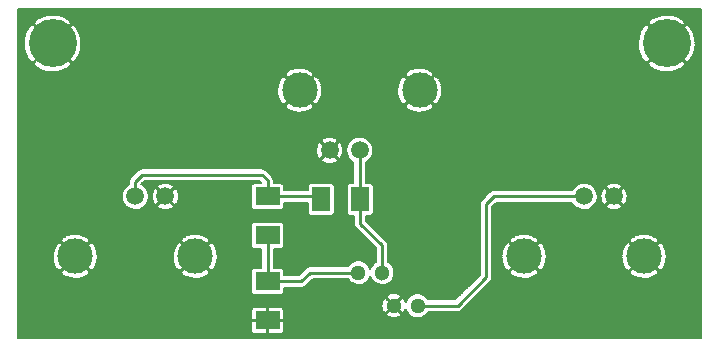
<source format=gtl>
G04 (created by PCBNEW (2013-mar-13)-testing) date Sun 08 Sep 2013 12:49:30 PM PDT*
%MOIN*%
G04 Gerber Fmt 3.4, Leading zero omitted, Abs format*
%FSLAX34Y34*%
G01*
G70*
G90*
G04 APERTURE LIST*
%ADD10C,0.005906*%
%ADD11C,0.118100*%
%ADD12C,0.059100*%
%ADD13R,0.080000X0.060000*%
%ADD14R,0.060000X0.080000*%
%ADD15C,0.051200*%
%ADD16C,0.051181*%
%ADD17C,0.160000*%
%ADD18C,0.010000*%
%ADD19C,0.007874*%
G04 APERTURE END LIST*
G54D10*
G54D11*
X45700Y-48043D03*
X41700Y-48043D03*
G54D12*
X43700Y-46043D03*
X44700Y-46043D03*
G54D11*
X49181Y-42507D03*
X53181Y-42507D03*
G54D12*
X51181Y-44507D03*
X50181Y-44507D03*
G54D11*
X60661Y-48043D03*
X56661Y-48043D03*
G54D12*
X58661Y-46043D03*
X59661Y-46043D03*
G54D13*
X48110Y-46042D03*
X48110Y-47342D03*
X48110Y-48877D03*
X48110Y-50177D03*
G54D14*
X49901Y-46141D03*
X51201Y-46141D03*
G54D15*
X51141Y-48582D03*
X53110Y-49684D03*
G54D16*
X51929Y-48582D03*
G54D15*
X52322Y-49685D03*
G54D17*
X40944Y-40944D03*
X61417Y-40944D03*
G54D18*
X48110Y-46042D02*
X49802Y-46042D01*
X49802Y-46042D02*
X49901Y-46141D01*
X43700Y-46043D02*
X43700Y-45551D01*
X48110Y-45511D02*
X48110Y-46042D01*
X47913Y-45314D02*
X48110Y-45511D01*
X43937Y-45314D02*
X47913Y-45314D01*
X43700Y-45551D02*
X43937Y-45314D01*
X48110Y-48877D02*
X49232Y-48877D01*
X49527Y-48582D02*
X51141Y-48582D01*
X49232Y-48877D02*
X49527Y-48582D01*
X48110Y-47342D02*
X48110Y-48877D01*
X51201Y-46141D02*
X51201Y-46949D01*
X51929Y-47677D02*
X51929Y-48582D01*
X51201Y-46949D02*
X51929Y-47677D01*
X51181Y-44507D02*
X51181Y-46121D01*
X51181Y-46121D02*
X51201Y-46141D01*
X53110Y-49684D02*
X54449Y-49684D01*
X55649Y-46043D02*
X58661Y-46043D01*
X55393Y-46299D02*
X55649Y-46043D01*
X55393Y-48740D02*
X55393Y-46299D01*
X54449Y-49684D02*
X55393Y-48740D01*
G54D19*
X39803Y-39803D02*
X62559Y-39803D01*
X39803Y-39861D02*
X62559Y-39861D01*
X39803Y-39920D02*
X62559Y-39920D01*
X39803Y-39979D02*
X62559Y-39979D01*
X39803Y-40038D02*
X40632Y-40038D01*
X41252Y-40038D02*
X61105Y-40038D01*
X61725Y-40038D02*
X62559Y-40038D01*
X39803Y-40096D02*
X40500Y-40096D01*
X41390Y-40096D02*
X60972Y-40096D01*
X61862Y-40096D02*
X62559Y-40096D01*
X39803Y-40155D02*
X40395Y-40155D01*
X41494Y-40155D02*
X60867Y-40155D01*
X61967Y-40155D02*
X62559Y-40155D01*
X39803Y-40214D02*
X40352Y-40214D01*
X41536Y-40214D02*
X60825Y-40214D01*
X62009Y-40214D02*
X62559Y-40214D01*
X39803Y-40273D02*
X40310Y-40273D01*
X41579Y-40273D02*
X60782Y-40273D01*
X62051Y-40273D02*
X62559Y-40273D01*
X39803Y-40331D02*
X40243Y-40331D01*
X40303Y-40331D02*
X40359Y-40331D01*
X41530Y-40331D02*
X41583Y-40331D01*
X41583Y-40331D02*
X41585Y-40331D01*
X41646Y-40331D02*
X60715Y-40331D01*
X60776Y-40331D02*
X60832Y-40331D01*
X62002Y-40331D02*
X62055Y-40331D01*
X62055Y-40331D02*
X62058Y-40331D01*
X62118Y-40331D02*
X62559Y-40331D01*
X39803Y-40390D02*
X40161Y-40390D01*
X40362Y-40390D02*
X40418Y-40390D01*
X41471Y-40390D02*
X41527Y-40390D01*
X41727Y-40390D02*
X60634Y-40390D01*
X60835Y-40390D02*
X60890Y-40390D01*
X61943Y-40390D02*
X61999Y-40390D01*
X62200Y-40390D02*
X62559Y-40390D01*
X39803Y-40449D02*
X40124Y-40449D01*
X40421Y-40449D02*
X40477Y-40449D01*
X41412Y-40449D02*
X41468Y-40449D01*
X41766Y-40449D02*
X60597Y-40449D01*
X60893Y-40449D02*
X60949Y-40449D01*
X61885Y-40449D02*
X61940Y-40449D01*
X62239Y-40449D02*
X62559Y-40449D01*
X39803Y-40508D02*
X40092Y-40508D01*
X40480Y-40508D02*
X40535Y-40508D01*
X41353Y-40508D02*
X41409Y-40508D01*
X41796Y-40508D02*
X60564Y-40508D01*
X60952Y-40508D02*
X61008Y-40508D01*
X61826Y-40508D02*
X61882Y-40508D01*
X62269Y-40508D02*
X62559Y-40508D01*
X39803Y-40566D02*
X40060Y-40566D01*
X40538Y-40566D02*
X40594Y-40566D01*
X41295Y-40566D02*
X41350Y-40566D01*
X41826Y-40566D02*
X60533Y-40566D01*
X61011Y-40566D02*
X61067Y-40566D01*
X61767Y-40566D02*
X61823Y-40566D01*
X62299Y-40566D02*
X62559Y-40566D01*
X39803Y-40625D02*
X40041Y-40625D01*
X40597Y-40625D02*
X40653Y-40625D01*
X41236Y-40625D02*
X41292Y-40625D01*
X41849Y-40625D02*
X60514Y-40625D01*
X61070Y-40625D02*
X61125Y-40625D01*
X61708Y-40625D02*
X61764Y-40625D01*
X62322Y-40625D02*
X62559Y-40625D01*
X39803Y-40684D02*
X40022Y-40684D01*
X40656Y-40684D02*
X40712Y-40684D01*
X41177Y-40684D02*
X41233Y-40684D01*
X41866Y-40684D02*
X60495Y-40684D01*
X61128Y-40684D02*
X61184Y-40684D01*
X61650Y-40684D02*
X61705Y-40684D01*
X62338Y-40684D02*
X62559Y-40684D01*
X39803Y-40742D02*
X40004Y-40742D01*
X40715Y-40742D02*
X40770Y-40742D01*
X41118Y-40742D02*
X41174Y-40742D01*
X41882Y-40742D02*
X60476Y-40742D01*
X61187Y-40742D02*
X61243Y-40742D01*
X61591Y-40742D02*
X61647Y-40742D01*
X62355Y-40742D02*
X62559Y-40742D01*
X39803Y-40801D02*
X39997Y-40801D01*
X40773Y-40801D02*
X40829Y-40801D01*
X41060Y-40801D02*
X41115Y-40801D01*
X41894Y-40801D02*
X60470Y-40801D01*
X61246Y-40801D02*
X61302Y-40801D01*
X61532Y-40801D02*
X61588Y-40801D01*
X62366Y-40801D02*
X62559Y-40801D01*
X39803Y-40860D02*
X39990Y-40860D01*
X40832Y-40860D02*
X40888Y-40860D01*
X41001Y-40860D02*
X41057Y-40860D01*
X41898Y-40860D02*
X60463Y-40860D01*
X61305Y-40860D02*
X61360Y-40860D01*
X61473Y-40860D02*
X61529Y-40860D01*
X62371Y-40860D02*
X62559Y-40860D01*
X39803Y-40919D02*
X39983Y-40919D01*
X40891Y-40919D02*
X40998Y-40919D01*
X41903Y-40919D02*
X60456Y-40919D01*
X61363Y-40919D02*
X61470Y-40919D01*
X62375Y-40919D02*
X62559Y-40919D01*
X39803Y-40977D02*
X39987Y-40977D01*
X40883Y-40977D02*
X40917Y-40977D01*
X40917Y-40977D02*
X40939Y-40977D01*
X40950Y-40977D02*
X41005Y-40977D01*
X41905Y-40977D02*
X41906Y-40977D01*
X41906Y-40977D02*
X60459Y-40977D01*
X61356Y-40977D02*
X61389Y-40977D01*
X61389Y-40977D02*
X61412Y-40977D01*
X61422Y-40977D02*
X61478Y-40977D01*
X62377Y-40977D02*
X62379Y-40977D01*
X62379Y-40977D02*
X62559Y-40977D01*
X39803Y-41036D02*
X39991Y-41036D01*
X40825Y-41036D02*
X40880Y-41036D01*
X41008Y-41036D02*
X41064Y-41036D01*
X41898Y-41036D02*
X41906Y-41036D01*
X41906Y-41036D02*
X60464Y-41036D01*
X61297Y-41036D02*
X61353Y-41036D01*
X61481Y-41036D02*
X61536Y-41036D01*
X62370Y-41036D02*
X62379Y-41036D01*
X62379Y-41036D02*
X62559Y-41036D01*
X39803Y-41095D02*
X39996Y-41095D01*
X40766Y-41095D02*
X40822Y-41095D01*
X41067Y-41095D02*
X41123Y-41095D01*
X41891Y-41095D02*
X41906Y-41095D01*
X41906Y-41095D02*
X60468Y-41095D01*
X61238Y-41095D02*
X61294Y-41095D01*
X61540Y-41095D02*
X61595Y-41095D01*
X62363Y-41095D02*
X62379Y-41095D01*
X62379Y-41095D02*
X62559Y-41095D01*
X39803Y-41154D02*
X40009Y-41154D01*
X40707Y-41154D02*
X40763Y-41154D01*
X41126Y-41154D02*
X41182Y-41154D01*
X41883Y-41154D02*
X41906Y-41154D01*
X41906Y-41154D02*
X60481Y-41154D01*
X61180Y-41154D02*
X61235Y-41154D01*
X61598Y-41154D02*
X61654Y-41154D01*
X62355Y-41154D02*
X62379Y-41154D01*
X62379Y-41154D02*
X62559Y-41154D01*
X39803Y-41212D02*
X40025Y-41212D01*
X40649Y-41212D02*
X40704Y-41212D01*
X41185Y-41212D02*
X41240Y-41212D01*
X41864Y-41212D02*
X41906Y-41212D01*
X41906Y-41212D02*
X60498Y-41212D01*
X61121Y-41212D02*
X61177Y-41212D01*
X61657Y-41212D02*
X61713Y-41212D01*
X62336Y-41212D02*
X62379Y-41212D01*
X62379Y-41212D02*
X62559Y-41212D01*
X39803Y-41271D02*
X40042Y-41271D01*
X40590Y-41271D02*
X40645Y-41271D01*
X41243Y-41271D02*
X41299Y-41271D01*
X41845Y-41271D02*
X41906Y-41271D01*
X41906Y-41271D02*
X60514Y-41271D01*
X61062Y-41271D02*
X61118Y-41271D01*
X61716Y-41271D02*
X61771Y-41271D01*
X62317Y-41271D02*
X62379Y-41271D01*
X62379Y-41271D02*
X62559Y-41271D01*
X39803Y-41330D02*
X40066Y-41330D01*
X40531Y-41330D02*
X40587Y-41330D01*
X41302Y-41330D02*
X41358Y-41330D01*
X41826Y-41330D02*
X41906Y-41330D01*
X41906Y-41330D02*
X60539Y-41330D01*
X61003Y-41330D02*
X61059Y-41330D01*
X61774Y-41330D02*
X61830Y-41330D01*
X62298Y-41330D02*
X62379Y-41330D01*
X62379Y-41330D02*
X62559Y-41330D01*
X39803Y-41389D02*
X40096Y-41389D01*
X40472Y-41389D02*
X40528Y-41389D01*
X41361Y-41389D02*
X41416Y-41389D01*
X41793Y-41389D02*
X41906Y-41389D01*
X41906Y-41389D02*
X60569Y-41389D01*
X60945Y-41389D02*
X61000Y-41389D01*
X61833Y-41389D02*
X61889Y-41389D01*
X62265Y-41389D02*
X62379Y-41389D01*
X62379Y-41389D02*
X62559Y-41389D01*
X39803Y-41447D02*
X40126Y-41447D01*
X40414Y-41447D02*
X40469Y-41447D01*
X41420Y-41447D02*
X41475Y-41447D01*
X41760Y-41447D02*
X41906Y-41447D01*
X41906Y-41447D02*
X60599Y-41447D01*
X60886Y-41447D02*
X60942Y-41447D01*
X61892Y-41447D02*
X61948Y-41447D01*
X62233Y-41447D02*
X62379Y-41447D01*
X62379Y-41447D02*
X62559Y-41447D01*
X39803Y-41506D02*
X40172Y-41506D01*
X40355Y-41506D02*
X40410Y-41506D01*
X41478Y-41506D02*
X41534Y-41506D01*
X41717Y-41506D02*
X41906Y-41506D01*
X41906Y-41506D02*
X60644Y-41506D01*
X60827Y-41506D02*
X60883Y-41506D01*
X61951Y-41506D02*
X62006Y-41506D01*
X62190Y-41506D02*
X62379Y-41506D01*
X62379Y-41506D02*
X62559Y-41506D01*
X39803Y-41565D02*
X40253Y-41565D01*
X40296Y-41565D02*
X40352Y-41565D01*
X41537Y-41565D02*
X41593Y-41565D01*
X41636Y-41565D02*
X41906Y-41565D01*
X41906Y-41565D02*
X60726Y-41565D01*
X60769Y-41565D02*
X60824Y-41565D01*
X62009Y-41565D02*
X62065Y-41565D01*
X62108Y-41565D02*
X62379Y-41565D01*
X62379Y-41565D02*
X62559Y-41565D01*
X39803Y-41624D02*
X40315Y-41624D01*
X41573Y-41624D02*
X41583Y-41624D01*
X41583Y-41624D02*
X41906Y-41624D01*
X41906Y-41624D02*
X60788Y-41624D01*
X62046Y-41624D02*
X62055Y-41624D01*
X62055Y-41624D02*
X62379Y-41624D01*
X62379Y-41624D02*
X62559Y-41624D01*
X39803Y-41682D02*
X40358Y-41682D01*
X41531Y-41682D02*
X41583Y-41682D01*
X41583Y-41682D02*
X41906Y-41682D01*
X41906Y-41682D02*
X60830Y-41682D01*
X62004Y-41682D02*
X62055Y-41682D01*
X62055Y-41682D02*
X62379Y-41682D01*
X62379Y-41682D02*
X62559Y-41682D01*
X39803Y-41741D02*
X40407Y-41741D01*
X41483Y-41741D02*
X41583Y-41741D01*
X41583Y-41741D02*
X41906Y-41741D01*
X41906Y-41741D02*
X60880Y-41741D01*
X61956Y-41741D02*
X62055Y-41741D01*
X62055Y-41741D02*
X62379Y-41741D01*
X62379Y-41741D02*
X62559Y-41741D01*
X39803Y-41800D02*
X40512Y-41800D01*
X41375Y-41800D02*
X41583Y-41800D01*
X41583Y-41800D02*
X41906Y-41800D01*
X41906Y-41800D02*
X48933Y-41800D01*
X49425Y-41800D02*
X52933Y-41800D01*
X53425Y-41800D02*
X60985Y-41800D01*
X61847Y-41800D02*
X62055Y-41800D01*
X62055Y-41800D02*
X62379Y-41800D01*
X62379Y-41800D02*
X62559Y-41800D01*
X39803Y-41859D02*
X40659Y-41859D01*
X41230Y-41859D02*
X41583Y-41859D01*
X41583Y-41859D02*
X41906Y-41859D01*
X41906Y-41859D02*
X48806Y-41859D01*
X49554Y-41859D02*
X52806Y-41859D01*
X53554Y-41859D02*
X61132Y-41859D01*
X61703Y-41859D02*
X62055Y-41859D01*
X62055Y-41859D02*
X62379Y-41859D01*
X62379Y-41859D02*
X62559Y-41859D01*
X39803Y-41917D02*
X41583Y-41917D01*
X41583Y-41917D02*
X41906Y-41917D01*
X41906Y-41917D02*
X48736Y-41917D01*
X49625Y-41917D02*
X52736Y-41917D01*
X53625Y-41917D02*
X62055Y-41917D01*
X62055Y-41917D02*
X62379Y-41917D01*
X62379Y-41917D02*
X62559Y-41917D01*
X39803Y-41976D02*
X41583Y-41976D01*
X41583Y-41976D02*
X41906Y-41976D01*
X41906Y-41976D02*
X48700Y-41976D01*
X49662Y-41976D02*
X52700Y-41976D01*
X53662Y-41976D02*
X62055Y-41976D01*
X62055Y-41976D02*
X62379Y-41976D01*
X62379Y-41976D02*
X62559Y-41976D01*
X39803Y-42035D02*
X41583Y-42035D01*
X41583Y-42035D02*
X41906Y-42035D01*
X41906Y-42035D02*
X48636Y-42035D01*
X48681Y-42035D02*
X48736Y-42035D01*
X49625Y-42035D02*
X49670Y-42035D01*
X49670Y-42035D02*
X49681Y-42035D01*
X49726Y-42035D02*
X52636Y-42035D01*
X52681Y-42035D02*
X52736Y-42035D01*
X53625Y-42035D02*
X53670Y-42035D01*
X53670Y-42035D02*
X53681Y-42035D01*
X53726Y-42035D02*
X62055Y-42035D01*
X62055Y-42035D02*
X62379Y-42035D01*
X62379Y-42035D02*
X62559Y-42035D01*
X39803Y-42094D02*
X41583Y-42094D01*
X41583Y-42094D02*
X41906Y-42094D01*
X41906Y-42094D02*
X48554Y-42094D01*
X48739Y-42094D02*
X48795Y-42094D01*
X49566Y-42094D02*
X49622Y-42094D01*
X49808Y-42094D02*
X52554Y-42094D01*
X52739Y-42094D02*
X52795Y-42094D01*
X53566Y-42094D02*
X53622Y-42094D01*
X53808Y-42094D02*
X62055Y-42094D01*
X62055Y-42094D02*
X62379Y-42094D01*
X62379Y-42094D02*
X62559Y-42094D01*
X39803Y-42152D02*
X41583Y-42152D01*
X41583Y-42152D02*
X41906Y-42152D01*
X41906Y-42152D02*
X48522Y-42152D01*
X48798Y-42152D02*
X48854Y-42152D01*
X49507Y-42152D02*
X49563Y-42152D01*
X49839Y-42152D02*
X52522Y-42152D01*
X52798Y-42152D02*
X52854Y-42152D01*
X53507Y-42152D02*
X53563Y-42152D01*
X53839Y-42152D02*
X62055Y-42152D01*
X62055Y-42152D02*
X62379Y-42152D01*
X62379Y-42152D02*
X62559Y-42152D01*
X39803Y-42211D02*
X41583Y-42211D01*
X41583Y-42211D02*
X41906Y-42211D01*
X41906Y-42211D02*
X48490Y-42211D01*
X48857Y-42211D02*
X48912Y-42211D01*
X49449Y-42211D02*
X49504Y-42211D01*
X49870Y-42211D02*
X52490Y-42211D01*
X52857Y-42211D02*
X52912Y-42211D01*
X53449Y-42211D02*
X53504Y-42211D01*
X53870Y-42211D02*
X62055Y-42211D01*
X62055Y-42211D02*
X62379Y-42211D01*
X62379Y-42211D02*
X62559Y-42211D01*
X39803Y-42270D02*
X41583Y-42270D01*
X41583Y-42270D02*
X41906Y-42270D01*
X41906Y-42270D02*
X48471Y-42270D01*
X48916Y-42270D02*
X48971Y-42270D01*
X49390Y-42270D02*
X49446Y-42270D01*
X49891Y-42270D02*
X52471Y-42270D01*
X52916Y-42270D02*
X52971Y-42270D01*
X53390Y-42270D02*
X53446Y-42270D01*
X53891Y-42270D02*
X62055Y-42270D01*
X62055Y-42270D02*
X62379Y-42270D01*
X62379Y-42270D02*
X62559Y-42270D01*
X39803Y-42328D02*
X41583Y-42328D01*
X41583Y-42328D02*
X41906Y-42328D01*
X41906Y-42328D02*
X48452Y-42328D01*
X48974Y-42328D02*
X49030Y-42328D01*
X49331Y-42328D02*
X49387Y-42328D01*
X49908Y-42328D02*
X52452Y-42328D01*
X52974Y-42328D02*
X53030Y-42328D01*
X53331Y-42328D02*
X53387Y-42328D01*
X53908Y-42328D02*
X62055Y-42328D01*
X62055Y-42328D02*
X62379Y-42328D01*
X62379Y-42328D02*
X62559Y-42328D01*
X39803Y-42387D02*
X41583Y-42387D01*
X41583Y-42387D02*
X41906Y-42387D01*
X41906Y-42387D02*
X48441Y-42387D01*
X49033Y-42387D02*
X49089Y-42387D01*
X49272Y-42387D02*
X49328Y-42387D01*
X49921Y-42387D02*
X52441Y-42387D01*
X53033Y-42387D02*
X53089Y-42387D01*
X53272Y-42387D02*
X53328Y-42387D01*
X53921Y-42387D02*
X62055Y-42387D01*
X62055Y-42387D02*
X62379Y-42387D01*
X62379Y-42387D02*
X62559Y-42387D01*
X39803Y-42446D02*
X41583Y-42446D01*
X41583Y-42446D02*
X41906Y-42446D01*
X41906Y-42446D02*
X48435Y-42446D01*
X49092Y-42446D02*
X49147Y-42446D01*
X49214Y-42446D02*
X49269Y-42446D01*
X49926Y-42446D02*
X52435Y-42446D01*
X53092Y-42446D02*
X53147Y-42446D01*
X53214Y-42446D02*
X53269Y-42446D01*
X53926Y-42446D02*
X62055Y-42446D01*
X62055Y-42446D02*
X62379Y-42446D01*
X62379Y-42446D02*
X62559Y-42446D01*
X39803Y-42505D02*
X41583Y-42505D01*
X41583Y-42505D02*
X41906Y-42505D01*
X41906Y-42505D02*
X48430Y-42505D01*
X49151Y-42505D02*
X49211Y-42505D01*
X49931Y-42505D02*
X52430Y-42505D01*
X53151Y-42505D02*
X53211Y-42505D01*
X53931Y-42505D02*
X62055Y-42505D01*
X62055Y-42505D02*
X62379Y-42505D01*
X62379Y-42505D02*
X62559Y-42505D01*
X39803Y-42563D02*
X41583Y-42563D01*
X41583Y-42563D02*
X41906Y-42563D01*
X41906Y-42563D02*
X48435Y-42563D01*
X49096Y-42563D02*
X49152Y-42563D01*
X49209Y-42563D02*
X49265Y-42563D01*
X49927Y-42563D02*
X49932Y-42563D01*
X49932Y-42563D02*
X52435Y-42563D01*
X53096Y-42563D02*
X53152Y-42563D01*
X53209Y-42563D02*
X53265Y-42563D01*
X53927Y-42563D02*
X53932Y-42563D01*
X53932Y-42563D02*
X62055Y-42563D01*
X62055Y-42563D02*
X62379Y-42563D01*
X62379Y-42563D02*
X62559Y-42563D01*
X39803Y-42622D02*
X41583Y-42622D01*
X41583Y-42622D02*
X41906Y-42622D01*
X41906Y-42622D02*
X48440Y-42622D01*
X49038Y-42622D02*
X49093Y-42622D01*
X49268Y-42622D02*
X49324Y-42622D01*
X49920Y-42622D02*
X49932Y-42622D01*
X49932Y-42622D02*
X52440Y-42622D01*
X53038Y-42622D02*
X53093Y-42622D01*
X53268Y-42622D02*
X53324Y-42622D01*
X53920Y-42622D02*
X53932Y-42622D01*
X53932Y-42622D02*
X62055Y-42622D01*
X62055Y-42622D02*
X62379Y-42622D01*
X62379Y-42622D02*
X62559Y-42622D01*
X39803Y-42681D02*
X41583Y-42681D01*
X41583Y-42681D02*
X41906Y-42681D01*
X41906Y-42681D02*
X48452Y-42681D01*
X48979Y-42681D02*
X49034Y-42681D01*
X49327Y-42681D02*
X49382Y-42681D01*
X49910Y-42681D02*
X49932Y-42681D01*
X49932Y-42681D02*
X52452Y-42681D01*
X52979Y-42681D02*
X53034Y-42681D01*
X53327Y-42681D02*
X53382Y-42681D01*
X53910Y-42681D02*
X53932Y-42681D01*
X53932Y-42681D02*
X62055Y-42681D01*
X62055Y-42681D02*
X62379Y-42681D01*
X62379Y-42681D02*
X62559Y-42681D01*
X39803Y-42740D02*
X41583Y-42740D01*
X41583Y-42740D02*
X41906Y-42740D01*
X41906Y-42740D02*
X48469Y-42740D01*
X48920Y-42740D02*
X48976Y-42740D01*
X49385Y-42740D02*
X49441Y-42740D01*
X49891Y-42740D02*
X49932Y-42740D01*
X49932Y-42740D02*
X52469Y-42740D01*
X52920Y-42740D02*
X52976Y-42740D01*
X53385Y-42740D02*
X53441Y-42740D01*
X53891Y-42740D02*
X53932Y-42740D01*
X53932Y-42740D02*
X62055Y-42740D01*
X62055Y-42740D02*
X62379Y-42740D01*
X62379Y-42740D02*
X62559Y-42740D01*
X39803Y-42798D02*
X41583Y-42798D01*
X41583Y-42798D02*
X41906Y-42798D01*
X41906Y-42798D02*
X48489Y-42798D01*
X48861Y-42798D02*
X48917Y-42798D01*
X49444Y-42798D02*
X49500Y-42798D01*
X49873Y-42798D02*
X49932Y-42798D01*
X49932Y-42798D02*
X52489Y-42798D01*
X52861Y-42798D02*
X52917Y-42798D01*
X53444Y-42798D02*
X53500Y-42798D01*
X53873Y-42798D02*
X53932Y-42798D01*
X53932Y-42798D02*
X62055Y-42798D01*
X62055Y-42798D02*
X62379Y-42798D01*
X62379Y-42798D02*
X62559Y-42798D01*
X39803Y-42857D02*
X41583Y-42857D01*
X41583Y-42857D02*
X41906Y-42857D01*
X41906Y-42857D02*
X48520Y-42857D01*
X48803Y-42857D02*
X48858Y-42857D01*
X49503Y-42857D02*
X49559Y-42857D01*
X49842Y-42857D02*
X49932Y-42857D01*
X49932Y-42857D02*
X52520Y-42857D01*
X52803Y-42857D02*
X52858Y-42857D01*
X53503Y-42857D02*
X53559Y-42857D01*
X53842Y-42857D02*
X53932Y-42857D01*
X53932Y-42857D02*
X62055Y-42857D01*
X62055Y-42857D02*
X62379Y-42857D01*
X62379Y-42857D02*
X62559Y-42857D01*
X39803Y-42916D02*
X41583Y-42916D01*
X41583Y-42916D02*
X41906Y-42916D01*
X41906Y-42916D02*
X48550Y-42916D01*
X48744Y-42916D02*
X48800Y-42916D01*
X49562Y-42916D02*
X49617Y-42916D01*
X49809Y-42916D02*
X49932Y-42916D01*
X49932Y-42916D02*
X52550Y-42916D01*
X52744Y-42916D02*
X52800Y-42916D01*
X53562Y-42916D02*
X53617Y-42916D01*
X53809Y-42916D02*
X53932Y-42916D01*
X53932Y-42916D02*
X62055Y-42916D01*
X62055Y-42916D02*
X62379Y-42916D01*
X62379Y-42916D02*
X62559Y-42916D01*
X39803Y-42975D02*
X41583Y-42975D01*
X41583Y-42975D02*
X41906Y-42975D01*
X41906Y-42975D02*
X48628Y-42975D01*
X48685Y-42975D02*
X48741Y-42975D01*
X49620Y-42975D02*
X49676Y-42975D01*
X49733Y-42975D02*
X49932Y-42975D01*
X49932Y-42975D02*
X52628Y-42975D01*
X52685Y-42975D02*
X52741Y-42975D01*
X53620Y-42975D02*
X53676Y-42975D01*
X53733Y-42975D02*
X53932Y-42975D01*
X53932Y-42975D02*
X62055Y-42975D01*
X62055Y-42975D02*
X62379Y-42975D01*
X62379Y-42975D02*
X62559Y-42975D01*
X39803Y-43033D02*
X41583Y-43033D01*
X41583Y-43033D02*
X41906Y-43033D01*
X41906Y-43033D02*
X48697Y-43033D01*
X49664Y-43033D02*
X49670Y-43033D01*
X49670Y-43033D02*
X49932Y-43033D01*
X49932Y-43033D02*
X52697Y-43033D01*
X53664Y-43033D02*
X53670Y-43033D01*
X53670Y-43033D02*
X53932Y-43033D01*
X53932Y-43033D02*
X62055Y-43033D01*
X62055Y-43033D02*
X62379Y-43033D01*
X62379Y-43033D02*
X62559Y-43033D01*
X39803Y-43092D02*
X41583Y-43092D01*
X41583Y-43092D02*
X41906Y-43092D01*
X41906Y-43092D02*
X48733Y-43092D01*
X49628Y-43092D02*
X49670Y-43092D01*
X49670Y-43092D02*
X49932Y-43092D01*
X49932Y-43092D02*
X52733Y-43092D01*
X53628Y-43092D02*
X53670Y-43092D01*
X53670Y-43092D02*
X53932Y-43092D01*
X53932Y-43092D02*
X62055Y-43092D01*
X62055Y-43092D02*
X62379Y-43092D01*
X62379Y-43092D02*
X62559Y-43092D01*
X39803Y-43151D02*
X41583Y-43151D01*
X41583Y-43151D02*
X41906Y-43151D01*
X41906Y-43151D02*
X48799Y-43151D01*
X49564Y-43151D02*
X49670Y-43151D01*
X49670Y-43151D02*
X49932Y-43151D01*
X49932Y-43151D02*
X52799Y-43151D01*
X53564Y-43151D02*
X53670Y-43151D01*
X53670Y-43151D02*
X53932Y-43151D01*
X53932Y-43151D02*
X62055Y-43151D01*
X62055Y-43151D02*
X62379Y-43151D01*
X62379Y-43151D02*
X62559Y-43151D01*
X39803Y-43210D02*
X41583Y-43210D01*
X41583Y-43210D02*
X41906Y-43210D01*
X41906Y-43210D02*
X48922Y-43210D01*
X49443Y-43210D02*
X49670Y-43210D01*
X49670Y-43210D02*
X49932Y-43210D01*
X49932Y-43210D02*
X52922Y-43210D01*
X53443Y-43210D02*
X53670Y-43210D01*
X53670Y-43210D02*
X53932Y-43210D01*
X53932Y-43210D02*
X62055Y-43210D01*
X62055Y-43210D02*
X62379Y-43210D01*
X62379Y-43210D02*
X62559Y-43210D01*
X39803Y-43268D02*
X41583Y-43268D01*
X41583Y-43268D02*
X41906Y-43268D01*
X41906Y-43268D02*
X49670Y-43268D01*
X49670Y-43268D02*
X49932Y-43268D01*
X49932Y-43268D02*
X53670Y-43268D01*
X53670Y-43268D02*
X53932Y-43268D01*
X53932Y-43268D02*
X62055Y-43268D01*
X62055Y-43268D02*
X62379Y-43268D01*
X62379Y-43268D02*
X62559Y-43268D01*
X39803Y-43327D02*
X41583Y-43327D01*
X41583Y-43327D02*
X41906Y-43327D01*
X41906Y-43327D02*
X49670Y-43327D01*
X49670Y-43327D02*
X49932Y-43327D01*
X49932Y-43327D02*
X53670Y-43327D01*
X53670Y-43327D02*
X53932Y-43327D01*
X53932Y-43327D02*
X62055Y-43327D01*
X62055Y-43327D02*
X62379Y-43327D01*
X62379Y-43327D02*
X62559Y-43327D01*
X39803Y-43386D02*
X41583Y-43386D01*
X41583Y-43386D02*
X41906Y-43386D01*
X41906Y-43386D02*
X49670Y-43386D01*
X49670Y-43386D02*
X49932Y-43386D01*
X49932Y-43386D02*
X53670Y-43386D01*
X53670Y-43386D02*
X53932Y-43386D01*
X53932Y-43386D02*
X62055Y-43386D01*
X62055Y-43386D02*
X62379Y-43386D01*
X62379Y-43386D02*
X62559Y-43386D01*
X39803Y-43445D02*
X41583Y-43445D01*
X41583Y-43445D02*
X41906Y-43445D01*
X41906Y-43445D02*
X49670Y-43445D01*
X49670Y-43445D02*
X49932Y-43445D01*
X49932Y-43445D02*
X53670Y-43445D01*
X53670Y-43445D02*
X53932Y-43445D01*
X53932Y-43445D02*
X62055Y-43445D01*
X62055Y-43445D02*
X62379Y-43445D01*
X62379Y-43445D02*
X62559Y-43445D01*
X39803Y-43503D02*
X41583Y-43503D01*
X41583Y-43503D02*
X41906Y-43503D01*
X41906Y-43503D02*
X49670Y-43503D01*
X49670Y-43503D02*
X49932Y-43503D01*
X49932Y-43503D02*
X53670Y-43503D01*
X53670Y-43503D02*
X53932Y-43503D01*
X53932Y-43503D02*
X62055Y-43503D01*
X62055Y-43503D02*
X62379Y-43503D01*
X62379Y-43503D02*
X62559Y-43503D01*
X39803Y-43562D02*
X41583Y-43562D01*
X41583Y-43562D02*
X41906Y-43562D01*
X41906Y-43562D02*
X49670Y-43562D01*
X49670Y-43562D02*
X49932Y-43562D01*
X49932Y-43562D02*
X53670Y-43562D01*
X53670Y-43562D02*
X53932Y-43562D01*
X53932Y-43562D02*
X62055Y-43562D01*
X62055Y-43562D02*
X62379Y-43562D01*
X62379Y-43562D02*
X62559Y-43562D01*
X39803Y-43621D02*
X41583Y-43621D01*
X41583Y-43621D02*
X41906Y-43621D01*
X41906Y-43621D02*
X49670Y-43621D01*
X49670Y-43621D02*
X49932Y-43621D01*
X49932Y-43621D02*
X53670Y-43621D01*
X53670Y-43621D02*
X53932Y-43621D01*
X53932Y-43621D02*
X62055Y-43621D01*
X62055Y-43621D02*
X62379Y-43621D01*
X62379Y-43621D02*
X62559Y-43621D01*
X39803Y-43680D02*
X41583Y-43680D01*
X41583Y-43680D02*
X41906Y-43680D01*
X41906Y-43680D02*
X49670Y-43680D01*
X49670Y-43680D02*
X49932Y-43680D01*
X49932Y-43680D02*
X53670Y-43680D01*
X53670Y-43680D02*
X53932Y-43680D01*
X53932Y-43680D02*
X62055Y-43680D01*
X62055Y-43680D02*
X62379Y-43680D01*
X62379Y-43680D02*
X62559Y-43680D01*
X39803Y-43738D02*
X41583Y-43738D01*
X41583Y-43738D02*
X41906Y-43738D01*
X41906Y-43738D02*
X49670Y-43738D01*
X49670Y-43738D02*
X49932Y-43738D01*
X49932Y-43738D02*
X53670Y-43738D01*
X53670Y-43738D02*
X53932Y-43738D01*
X53932Y-43738D02*
X62055Y-43738D01*
X62055Y-43738D02*
X62379Y-43738D01*
X62379Y-43738D02*
X62559Y-43738D01*
X39803Y-43797D02*
X41583Y-43797D01*
X41583Y-43797D02*
X41906Y-43797D01*
X41906Y-43797D02*
X49670Y-43797D01*
X49670Y-43797D02*
X49932Y-43797D01*
X49932Y-43797D02*
X53670Y-43797D01*
X53670Y-43797D02*
X53932Y-43797D01*
X53932Y-43797D02*
X62055Y-43797D01*
X62055Y-43797D02*
X62379Y-43797D01*
X62379Y-43797D02*
X62559Y-43797D01*
X39803Y-43856D02*
X41583Y-43856D01*
X41583Y-43856D02*
X41906Y-43856D01*
X41906Y-43856D02*
X49670Y-43856D01*
X49670Y-43856D02*
X49932Y-43856D01*
X49932Y-43856D02*
X53670Y-43856D01*
X53670Y-43856D02*
X53932Y-43856D01*
X53932Y-43856D02*
X62055Y-43856D01*
X62055Y-43856D02*
X62379Y-43856D01*
X62379Y-43856D02*
X62559Y-43856D01*
X39803Y-43914D02*
X41583Y-43914D01*
X41583Y-43914D02*
X41906Y-43914D01*
X41906Y-43914D02*
X49670Y-43914D01*
X49670Y-43914D02*
X49932Y-43914D01*
X49932Y-43914D02*
X53670Y-43914D01*
X53670Y-43914D02*
X53932Y-43914D01*
X53932Y-43914D02*
X62055Y-43914D01*
X62055Y-43914D02*
X62379Y-43914D01*
X62379Y-43914D02*
X62559Y-43914D01*
X39803Y-43973D02*
X41583Y-43973D01*
X41583Y-43973D02*
X41906Y-43973D01*
X41906Y-43973D02*
X49670Y-43973D01*
X49670Y-43973D02*
X49932Y-43973D01*
X49932Y-43973D02*
X53670Y-43973D01*
X53670Y-43973D02*
X53932Y-43973D01*
X53932Y-43973D02*
X62055Y-43973D01*
X62055Y-43973D02*
X62379Y-43973D01*
X62379Y-43973D02*
X62559Y-43973D01*
X39803Y-44032D02*
X41583Y-44032D01*
X41583Y-44032D02*
X41906Y-44032D01*
X41906Y-44032D02*
X49670Y-44032D01*
X49670Y-44032D02*
X49932Y-44032D01*
X49932Y-44032D02*
X53670Y-44032D01*
X53670Y-44032D02*
X53932Y-44032D01*
X53932Y-44032D02*
X62055Y-44032D01*
X62055Y-44032D02*
X62379Y-44032D01*
X62379Y-44032D02*
X62559Y-44032D01*
X39803Y-44091D02*
X41583Y-44091D01*
X41583Y-44091D02*
X41906Y-44091D01*
X41906Y-44091D02*
X49670Y-44091D01*
X49670Y-44091D02*
X49932Y-44091D01*
X49932Y-44091D02*
X49998Y-44091D01*
X50362Y-44091D02*
X51002Y-44091D01*
X51359Y-44091D02*
X53670Y-44091D01*
X53670Y-44091D02*
X53932Y-44091D01*
X53932Y-44091D02*
X62055Y-44091D01*
X62055Y-44091D02*
X62379Y-44091D01*
X62379Y-44091D02*
X62559Y-44091D01*
X39803Y-44149D02*
X41583Y-44149D01*
X41583Y-44149D02*
X41906Y-44149D01*
X41906Y-44149D02*
X49670Y-44149D01*
X49670Y-44149D02*
X49921Y-44149D01*
X50441Y-44149D02*
X50900Y-44149D01*
X51461Y-44149D02*
X53670Y-44149D01*
X53670Y-44149D02*
X53932Y-44149D01*
X53932Y-44149D02*
X62055Y-44149D01*
X62055Y-44149D02*
X62379Y-44149D01*
X62379Y-44149D02*
X62559Y-44149D01*
X39803Y-44208D02*
X41583Y-44208D01*
X41583Y-44208D02*
X41906Y-44208D01*
X41906Y-44208D02*
X49670Y-44208D01*
X49670Y-44208D02*
X49910Y-44208D01*
X50452Y-44208D02*
X50460Y-44208D01*
X50460Y-44208D02*
X50838Y-44208D01*
X51522Y-44208D02*
X53670Y-44208D01*
X53670Y-44208D02*
X53932Y-44208D01*
X53932Y-44208D02*
X62055Y-44208D01*
X62055Y-44208D02*
X62379Y-44208D01*
X62379Y-44208D02*
X62559Y-44208D01*
X39803Y-44267D02*
X41583Y-44267D01*
X41583Y-44267D02*
X41906Y-44267D01*
X41906Y-44267D02*
X49670Y-44267D01*
X49670Y-44267D02*
X49795Y-44267D01*
X49913Y-44267D02*
X49968Y-44267D01*
X50393Y-44267D02*
X50448Y-44267D01*
X50566Y-44267D02*
X50796Y-44267D01*
X51565Y-44267D02*
X53670Y-44267D01*
X53670Y-44267D02*
X53932Y-44267D01*
X53932Y-44267D02*
X62055Y-44267D01*
X62055Y-44267D02*
X62379Y-44267D01*
X62379Y-44267D02*
X62559Y-44267D01*
X39803Y-44326D02*
X41583Y-44326D01*
X41583Y-44326D02*
X41906Y-44326D01*
X41906Y-44326D02*
X49670Y-44326D01*
X49670Y-44326D02*
X49764Y-44326D01*
X49971Y-44326D02*
X50027Y-44326D01*
X50334Y-44326D02*
X50390Y-44326D01*
X50598Y-44326D02*
X50765Y-44326D01*
X51596Y-44326D02*
X53670Y-44326D01*
X53670Y-44326D02*
X53932Y-44326D01*
X53932Y-44326D02*
X62055Y-44326D01*
X62055Y-44326D02*
X62379Y-44326D01*
X62379Y-44326D02*
X62559Y-44326D01*
X39803Y-44384D02*
X41583Y-44384D01*
X41583Y-44384D02*
X41906Y-44384D01*
X41906Y-44384D02*
X49670Y-44384D01*
X49670Y-44384D02*
X49744Y-44384D01*
X50030Y-44384D02*
X50086Y-44384D01*
X50275Y-44384D02*
X50331Y-44384D01*
X50617Y-44384D02*
X50744Y-44384D01*
X51618Y-44384D02*
X53670Y-44384D01*
X53670Y-44384D02*
X53932Y-44384D01*
X53932Y-44384D02*
X62055Y-44384D01*
X62055Y-44384D02*
X62379Y-44384D01*
X62379Y-44384D02*
X62559Y-44384D01*
X39803Y-44443D02*
X41583Y-44443D01*
X41583Y-44443D02*
X41906Y-44443D01*
X41906Y-44443D02*
X49670Y-44443D01*
X49670Y-44443D02*
X49732Y-44443D01*
X50089Y-44443D02*
X50145Y-44443D01*
X50217Y-44443D02*
X50272Y-44443D01*
X50629Y-44443D02*
X50731Y-44443D01*
X51630Y-44443D02*
X53670Y-44443D01*
X53670Y-44443D02*
X53932Y-44443D01*
X53932Y-44443D02*
X62055Y-44443D01*
X62055Y-44443D02*
X62379Y-44443D01*
X62379Y-44443D02*
X62559Y-44443D01*
X39803Y-44502D02*
X41583Y-44502D01*
X41583Y-44502D02*
X41906Y-44502D01*
X41906Y-44502D02*
X49670Y-44502D01*
X49670Y-44502D02*
X49726Y-44502D01*
X50148Y-44502D02*
X50214Y-44502D01*
X50635Y-44502D02*
X50728Y-44502D01*
X51633Y-44502D02*
X53670Y-44502D01*
X53670Y-44502D02*
X53932Y-44502D01*
X53932Y-44502D02*
X62055Y-44502D01*
X62055Y-44502D02*
X62379Y-44502D01*
X62379Y-44502D02*
X62559Y-44502D01*
X39803Y-44561D02*
X41583Y-44561D01*
X41583Y-44561D02*
X41906Y-44561D01*
X41906Y-44561D02*
X49670Y-44561D01*
X49670Y-44561D02*
X49731Y-44561D01*
X50099Y-44561D02*
X50153Y-44561D01*
X50153Y-44561D02*
X50155Y-44561D01*
X50206Y-44561D02*
X50262Y-44561D01*
X50631Y-44561D02*
X50636Y-44561D01*
X50636Y-44561D02*
X50730Y-44561D01*
X51632Y-44561D02*
X53670Y-44561D01*
X53670Y-44561D02*
X53932Y-44561D01*
X53932Y-44561D02*
X62055Y-44561D01*
X62055Y-44561D02*
X62379Y-44561D01*
X62379Y-44561D02*
X62559Y-44561D01*
X39803Y-44619D02*
X41583Y-44619D01*
X41583Y-44619D02*
X41906Y-44619D01*
X41906Y-44619D02*
X49670Y-44619D01*
X49670Y-44619D02*
X49741Y-44619D01*
X50040Y-44619D02*
X50096Y-44619D01*
X50265Y-44619D02*
X50321Y-44619D01*
X50620Y-44619D02*
X50636Y-44619D01*
X50636Y-44619D02*
X50741Y-44619D01*
X51620Y-44619D02*
X53670Y-44619D01*
X53670Y-44619D02*
X53932Y-44619D01*
X53932Y-44619D02*
X62055Y-44619D01*
X62055Y-44619D02*
X62379Y-44619D01*
X62379Y-44619D02*
X62559Y-44619D01*
X39803Y-44678D02*
X41583Y-44678D01*
X41583Y-44678D02*
X41906Y-44678D01*
X41906Y-44678D02*
X49670Y-44678D01*
X49670Y-44678D02*
X49759Y-44678D01*
X49982Y-44678D02*
X50037Y-44678D01*
X50324Y-44678D02*
X50380Y-44678D01*
X50602Y-44678D02*
X50636Y-44678D01*
X50636Y-44678D02*
X50761Y-44678D01*
X51600Y-44678D02*
X53670Y-44678D01*
X53670Y-44678D02*
X53932Y-44678D01*
X53932Y-44678D02*
X62055Y-44678D01*
X62055Y-44678D02*
X62379Y-44678D01*
X62379Y-44678D02*
X62559Y-44678D01*
X39803Y-44737D02*
X41583Y-44737D01*
X41583Y-44737D02*
X41906Y-44737D01*
X41906Y-44737D02*
X49670Y-44737D01*
X49670Y-44737D02*
X49790Y-44737D01*
X49923Y-44737D02*
X49979Y-44737D01*
X50383Y-44737D02*
X50438Y-44737D01*
X50571Y-44737D02*
X50636Y-44737D01*
X50636Y-44737D02*
X50790Y-44737D01*
X51573Y-44737D02*
X53670Y-44737D01*
X53670Y-44737D02*
X53932Y-44737D01*
X53932Y-44737D02*
X62055Y-44737D01*
X62055Y-44737D02*
X62379Y-44737D01*
X62379Y-44737D02*
X62559Y-44737D01*
X39803Y-44796D02*
X41583Y-44796D01*
X41583Y-44796D02*
X41906Y-44796D01*
X41906Y-44796D02*
X49670Y-44796D01*
X49670Y-44796D02*
X49920Y-44796D01*
X50441Y-44796D02*
X50636Y-44796D01*
X50636Y-44796D02*
X50830Y-44796D01*
X51531Y-44796D02*
X53670Y-44796D01*
X53670Y-44796D02*
X53932Y-44796D01*
X53932Y-44796D02*
X62055Y-44796D01*
X62055Y-44796D02*
X62379Y-44796D01*
X62379Y-44796D02*
X62559Y-44796D01*
X39803Y-44854D02*
X41583Y-44854D01*
X41583Y-44854D02*
X41906Y-44854D01*
X41906Y-44854D02*
X49670Y-44854D01*
X49670Y-44854D02*
X49917Y-44854D01*
X50445Y-44854D02*
X50460Y-44854D01*
X50460Y-44854D02*
X50636Y-44854D01*
X50636Y-44854D02*
X50887Y-44854D01*
X51473Y-44854D02*
X53670Y-44854D01*
X53670Y-44854D02*
X53932Y-44854D01*
X53932Y-44854D02*
X62055Y-44854D01*
X62055Y-44854D02*
X62379Y-44854D01*
X62379Y-44854D02*
X62559Y-44854D01*
X39803Y-44913D02*
X41583Y-44913D01*
X41583Y-44913D02*
X41906Y-44913D01*
X41906Y-44913D02*
X49670Y-44913D01*
X49670Y-44913D02*
X49980Y-44913D01*
X50382Y-44913D02*
X50460Y-44913D01*
X50460Y-44913D02*
X50636Y-44913D01*
X50636Y-44913D02*
X50973Y-44913D01*
X51388Y-44913D02*
X53670Y-44913D01*
X53670Y-44913D02*
X53932Y-44913D01*
X53932Y-44913D02*
X62055Y-44913D01*
X62055Y-44913D02*
X62379Y-44913D01*
X62379Y-44913D02*
X62559Y-44913D01*
X39803Y-44972D02*
X41583Y-44972D01*
X41583Y-44972D02*
X41906Y-44972D01*
X41906Y-44972D02*
X49670Y-44972D01*
X49670Y-44972D02*
X50460Y-44972D01*
X50460Y-44972D02*
X50636Y-44972D01*
X50636Y-44972D02*
X50973Y-44972D01*
X51388Y-44972D02*
X53670Y-44972D01*
X53670Y-44972D02*
X53932Y-44972D01*
X53932Y-44972D02*
X62055Y-44972D01*
X62055Y-44972D02*
X62379Y-44972D01*
X62379Y-44972D02*
X62559Y-44972D01*
X39803Y-45031D02*
X41583Y-45031D01*
X41583Y-45031D02*
X41906Y-45031D01*
X41906Y-45031D02*
X49670Y-45031D01*
X49670Y-45031D02*
X50460Y-45031D01*
X50460Y-45031D02*
X50636Y-45031D01*
X50636Y-45031D02*
X50973Y-45031D01*
X51388Y-45031D02*
X53670Y-45031D01*
X53670Y-45031D02*
X53932Y-45031D01*
X53932Y-45031D02*
X62055Y-45031D01*
X62055Y-45031D02*
X62379Y-45031D01*
X62379Y-45031D02*
X62559Y-45031D01*
X39803Y-45089D02*
X41583Y-45089D01*
X41583Y-45089D02*
X41906Y-45089D01*
X41906Y-45089D02*
X49670Y-45089D01*
X49670Y-45089D02*
X50460Y-45089D01*
X50460Y-45089D02*
X50636Y-45089D01*
X50636Y-45089D02*
X50973Y-45089D01*
X51388Y-45089D02*
X53670Y-45089D01*
X53670Y-45089D02*
X53932Y-45089D01*
X53932Y-45089D02*
X62055Y-45089D01*
X62055Y-45089D02*
X62379Y-45089D01*
X62379Y-45089D02*
X62559Y-45089D01*
X39803Y-45148D02*
X41583Y-45148D01*
X41583Y-45148D02*
X41906Y-45148D01*
X41906Y-45148D02*
X43814Y-45148D01*
X48036Y-45148D02*
X49670Y-45148D01*
X49670Y-45148D02*
X50460Y-45148D01*
X50460Y-45148D02*
X50636Y-45148D01*
X50636Y-45148D02*
X50973Y-45148D01*
X51388Y-45148D02*
X53670Y-45148D01*
X53670Y-45148D02*
X53932Y-45148D01*
X53932Y-45148D02*
X62055Y-45148D01*
X62055Y-45148D02*
X62379Y-45148D01*
X62379Y-45148D02*
X62559Y-45148D01*
X39803Y-45207D02*
X41583Y-45207D01*
X41583Y-45207D02*
X41906Y-45207D01*
X41906Y-45207D02*
X43751Y-45207D01*
X48099Y-45207D02*
X49670Y-45207D01*
X49670Y-45207D02*
X50460Y-45207D01*
X50460Y-45207D02*
X50636Y-45207D01*
X50636Y-45207D02*
X50973Y-45207D01*
X51388Y-45207D02*
X53670Y-45207D01*
X53670Y-45207D02*
X53932Y-45207D01*
X53932Y-45207D02*
X62055Y-45207D01*
X62055Y-45207D02*
X62379Y-45207D01*
X62379Y-45207D02*
X62559Y-45207D01*
X39803Y-45265D02*
X41583Y-45265D01*
X41583Y-45265D02*
X41906Y-45265D01*
X41906Y-45265D02*
X43692Y-45265D01*
X48157Y-45265D02*
X49670Y-45265D01*
X49670Y-45265D02*
X50460Y-45265D01*
X50460Y-45265D02*
X50636Y-45265D01*
X50636Y-45265D02*
X50973Y-45265D01*
X51388Y-45265D02*
X53670Y-45265D01*
X53670Y-45265D02*
X53932Y-45265D01*
X53932Y-45265D02*
X62055Y-45265D01*
X62055Y-45265D02*
X62379Y-45265D01*
X62379Y-45265D02*
X62559Y-45265D01*
X39803Y-45324D02*
X41583Y-45324D01*
X41583Y-45324D02*
X41906Y-45324D01*
X41906Y-45324D02*
X43633Y-45324D01*
X48216Y-45324D02*
X49670Y-45324D01*
X49670Y-45324D02*
X50460Y-45324D01*
X50460Y-45324D02*
X50636Y-45324D01*
X50636Y-45324D02*
X50973Y-45324D01*
X51388Y-45324D02*
X53670Y-45324D01*
X53670Y-45324D02*
X53932Y-45324D01*
X53932Y-45324D02*
X62055Y-45324D01*
X62055Y-45324D02*
X62379Y-45324D01*
X62379Y-45324D02*
X62559Y-45324D01*
X39803Y-45383D02*
X41583Y-45383D01*
X41583Y-45383D02*
X41906Y-45383D01*
X41906Y-45383D02*
X43575Y-45383D01*
X48272Y-45383D02*
X49670Y-45383D01*
X49670Y-45383D02*
X50460Y-45383D01*
X50460Y-45383D02*
X50636Y-45383D01*
X50636Y-45383D02*
X50973Y-45383D01*
X51388Y-45383D02*
X53670Y-45383D01*
X53670Y-45383D02*
X53932Y-45383D01*
X53932Y-45383D02*
X62055Y-45383D01*
X62055Y-45383D02*
X62379Y-45383D01*
X62379Y-45383D02*
X62559Y-45383D01*
X39803Y-45442D02*
X41583Y-45442D01*
X41583Y-45442D02*
X41906Y-45442D01*
X41906Y-45442D02*
X43524Y-45442D01*
X48305Y-45442D02*
X49670Y-45442D01*
X49670Y-45442D02*
X50460Y-45442D01*
X50460Y-45442D02*
X50636Y-45442D01*
X50636Y-45442D02*
X50973Y-45442D01*
X51388Y-45442D02*
X53670Y-45442D01*
X53670Y-45442D02*
X53932Y-45442D01*
X53932Y-45442D02*
X62055Y-45442D01*
X62055Y-45442D02*
X62379Y-45442D01*
X62379Y-45442D02*
X62559Y-45442D01*
X39803Y-45500D02*
X41583Y-45500D01*
X41583Y-45500D02*
X41906Y-45500D01*
X41906Y-45500D02*
X43500Y-45500D01*
X48316Y-45500D02*
X49670Y-45500D01*
X49670Y-45500D02*
X50460Y-45500D01*
X50460Y-45500D02*
X50636Y-45500D01*
X50636Y-45500D02*
X50973Y-45500D01*
X51388Y-45500D02*
X53670Y-45500D01*
X53670Y-45500D02*
X53932Y-45500D01*
X53932Y-45500D02*
X62055Y-45500D01*
X62055Y-45500D02*
X62379Y-45500D01*
X62379Y-45500D02*
X62559Y-45500D01*
X39803Y-45559D02*
X41583Y-45559D01*
X41583Y-45559D02*
X41906Y-45559D01*
X41906Y-45559D02*
X43493Y-45559D01*
X43985Y-45559D02*
X47864Y-45559D01*
X48317Y-45559D02*
X49670Y-45559D01*
X49670Y-45559D02*
X50460Y-45559D01*
X50460Y-45559D02*
X50636Y-45559D01*
X50636Y-45559D02*
X50973Y-45559D01*
X51388Y-45559D02*
X53670Y-45559D01*
X53670Y-45559D02*
X53932Y-45559D01*
X53932Y-45559D02*
X62055Y-45559D01*
X62055Y-45559D02*
X62379Y-45559D01*
X62379Y-45559D02*
X62559Y-45559D01*
X39803Y-45618D02*
X41583Y-45618D01*
X41583Y-45618D02*
X41906Y-45618D01*
X41906Y-45618D02*
X43493Y-45618D01*
X43926Y-45618D02*
X44542Y-45618D01*
X44859Y-45618D02*
X47613Y-45618D01*
X48607Y-45618D02*
X49502Y-45618D01*
X50300Y-45618D02*
X50460Y-45618D01*
X50460Y-45618D02*
X50636Y-45618D01*
X50636Y-45618D02*
X50802Y-45618D01*
X51600Y-45618D02*
X53670Y-45618D01*
X53670Y-45618D02*
X53932Y-45618D01*
X53932Y-45618D02*
X58504Y-45618D01*
X58818Y-45618D02*
X59503Y-45618D01*
X59820Y-45618D02*
X62055Y-45618D01*
X62055Y-45618D02*
X62379Y-45618D01*
X62379Y-45618D02*
X62559Y-45618D01*
X39803Y-45677D02*
X41583Y-45677D01*
X41583Y-45677D02*
X41906Y-45677D01*
X41906Y-45677D02*
X43433Y-45677D01*
X43967Y-45677D02*
X44444Y-45677D01*
X44957Y-45677D02*
X47567Y-45677D01*
X48653Y-45677D02*
X49457Y-45677D01*
X50344Y-45677D02*
X50460Y-45677D01*
X50460Y-45677D02*
X50636Y-45677D01*
X50636Y-45677D02*
X50757Y-45677D01*
X51644Y-45677D02*
X53670Y-45677D01*
X53670Y-45677D02*
X53932Y-45677D01*
X53932Y-45677D02*
X58394Y-45677D01*
X58928Y-45677D02*
X59404Y-45677D01*
X59917Y-45677D02*
X62055Y-45677D01*
X62055Y-45677D02*
X62379Y-45677D01*
X62379Y-45677D02*
X62559Y-45677D01*
X39803Y-45735D02*
X41583Y-45735D01*
X41583Y-45735D02*
X41906Y-45735D01*
X41906Y-45735D02*
X43367Y-45735D01*
X44033Y-45735D02*
X44421Y-45735D01*
X44980Y-45735D02*
X47552Y-45735D01*
X48667Y-45735D02*
X49443Y-45735D01*
X50358Y-45735D02*
X50460Y-45735D01*
X50460Y-45735D02*
X50636Y-45735D01*
X50636Y-45735D02*
X50743Y-45735D01*
X51658Y-45735D02*
X53670Y-45735D01*
X53670Y-45735D02*
X53932Y-45735D01*
X53932Y-45735D02*
X58328Y-45735D01*
X58994Y-45735D02*
X59381Y-45735D01*
X59941Y-45735D02*
X62055Y-45735D01*
X62055Y-45735D02*
X62379Y-45735D01*
X62379Y-45735D02*
X62559Y-45735D01*
X39803Y-45794D02*
X41583Y-45794D01*
X41583Y-45794D02*
X41906Y-45794D01*
X41906Y-45794D02*
X43322Y-45794D01*
X44079Y-45794D02*
X44320Y-45794D01*
X44423Y-45794D02*
X44479Y-45794D01*
X44922Y-45794D02*
X44977Y-45794D01*
X45081Y-45794D02*
X47552Y-45794D01*
X48667Y-45794D02*
X49443Y-45794D01*
X50358Y-45794D02*
X50460Y-45794D01*
X50460Y-45794D02*
X50636Y-45794D01*
X50636Y-45794D02*
X50743Y-45794D01*
X51658Y-45794D02*
X53670Y-45794D01*
X53670Y-45794D02*
X53932Y-45794D01*
X53932Y-45794D02*
X58282Y-45794D01*
X59039Y-45794D02*
X59280Y-45794D01*
X59384Y-45794D02*
X59440Y-45794D01*
X59882Y-45794D02*
X59938Y-45794D01*
X60042Y-45794D02*
X62055Y-45794D01*
X62055Y-45794D02*
X62379Y-45794D01*
X62379Y-45794D02*
X62559Y-45794D01*
X39803Y-45853D02*
X41583Y-45853D01*
X41583Y-45853D02*
X41906Y-45853D01*
X41906Y-45853D02*
X43289Y-45853D01*
X44112Y-45853D02*
X44289Y-45853D01*
X44482Y-45853D02*
X44538Y-45853D01*
X44863Y-45853D02*
X44918Y-45853D01*
X45112Y-45853D02*
X47552Y-45853D01*
X50358Y-45853D02*
X50460Y-45853D01*
X50460Y-45853D02*
X50636Y-45853D01*
X50636Y-45853D02*
X50743Y-45853D01*
X51658Y-45853D02*
X53670Y-45853D01*
X53670Y-45853D02*
X53932Y-45853D01*
X53932Y-45853D02*
X55567Y-45853D01*
X59072Y-45853D02*
X59249Y-45853D01*
X59443Y-45853D02*
X59498Y-45853D01*
X59823Y-45853D02*
X59879Y-45853D01*
X60073Y-45853D02*
X62055Y-45853D01*
X62055Y-45853D02*
X62379Y-45853D01*
X62379Y-45853D02*
X62559Y-45853D01*
X39803Y-45912D02*
X41583Y-45912D01*
X41583Y-45912D02*
X41906Y-45912D01*
X41906Y-45912D02*
X43265Y-45912D01*
X44136Y-45912D02*
X44267Y-45912D01*
X44541Y-45912D02*
X44597Y-45912D01*
X44804Y-45912D02*
X44860Y-45912D01*
X45134Y-45912D02*
X47552Y-45912D01*
X50358Y-45912D02*
X50460Y-45912D01*
X50460Y-45912D02*
X50636Y-45912D01*
X50636Y-45912D02*
X50743Y-45912D01*
X51658Y-45912D02*
X53670Y-45912D01*
X53670Y-45912D02*
X53932Y-45912D01*
X53932Y-45912D02*
X55487Y-45912D01*
X59097Y-45912D02*
X59227Y-45912D01*
X59501Y-45912D02*
X59557Y-45912D01*
X59765Y-45912D02*
X59820Y-45912D01*
X60094Y-45912D02*
X62055Y-45912D01*
X62055Y-45912D02*
X62379Y-45912D01*
X62379Y-45912D02*
X62559Y-45912D01*
X39803Y-45970D02*
X41583Y-45970D01*
X41583Y-45970D02*
X41906Y-45970D01*
X41906Y-45970D02*
X43253Y-45970D01*
X44148Y-45970D02*
X44252Y-45970D01*
X44600Y-45970D02*
X44655Y-45970D01*
X44745Y-45970D02*
X44801Y-45970D01*
X45148Y-45970D02*
X47552Y-45970D01*
X50358Y-45970D02*
X50460Y-45970D01*
X50460Y-45970D02*
X50636Y-45970D01*
X50636Y-45970D02*
X50743Y-45970D01*
X51658Y-45970D02*
X53670Y-45970D01*
X53670Y-45970D02*
X53932Y-45970D01*
X53932Y-45970D02*
X55428Y-45970D01*
X59108Y-45970D02*
X59213Y-45970D01*
X59560Y-45970D02*
X59616Y-45970D01*
X59706Y-45970D02*
X59762Y-45970D01*
X60109Y-45970D02*
X62055Y-45970D01*
X62055Y-45970D02*
X62379Y-45970D01*
X62379Y-45970D02*
X62559Y-45970D01*
X39803Y-46029D02*
X41583Y-46029D01*
X41583Y-46029D02*
X41906Y-46029D01*
X41906Y-46029D02*
X43247Y-46029D01*
X44153Y-46029D02*
X44247Y-46029D01*
X44658Y-46029D02*
X44742Y-46029D01*
X45154Y-46029D02*
X47552Y-46029D01*
X50358Y-46029D02*
X50460Y-46029D01*
X50460Y-46029D02*
X50636Y-46029D01*
X50636Y-46029D02*
X50743Y-46029D01*
X51658Y-46029D02*
X53670Y-46029D01*
X53670Y-46029D02*
X53932Y-46029D01*
X53932Y-46029D02*
X55369Y-46029D01*
X59113Y-46029D02*
X59114Y-46029D01*
X59114Y-46029D02*
X59207Y-46029D01*
X59619Y-46029D02*
X59703Y-46029D01*
X60115Y-46029D02*
X62055Y-46029D01*
X62055Y-46029D02*
X62379Y-46029D01*
X62379Y-46029D02*
X62559Y-46029D01*
X39803Y-46088D02*
X41583Y-46088D01*
X41583Y-46088D02*
X41906Y-46088D01*
X41906Y-46088D02*
X43248Y-46088D01*
X44152Y-46088D02*
X44250Y-46088D01*
X44628Y-46088D02*
X44672Y-46088D01*
X44672Y-46088D02*
X44684Y-46088D01*
X44717Y-46088D02*
X44773Y-46088D01*
X45151Y-46088D02*
X45155Y-46088D01*
X45155Y-46088D02*
X47552Y-46088D01*
X50358Y-46088D02*
X50460Y-46088D01*
X50460Y-46088D02*
X50636Y-46088D01*
X50636Y-46088D02*
X50743Y-46088D01*
X51658Y-46088D02*
X53670Y-46088D01*
X53670Y-46088D02*
X53932Y-46088D01*
X53932Y-46088D02*
X55311Y-46088D01*
X59113Y-46088D02*
X59114Y-46088D01*
X59114Y-46088D02*
X59210Y-46088D01*
X59588Y-46088D02*
X59633Y-46088D01*
X59633Y-46088D02*
X59644Y-46088D01*
X59678Y-46088D02*
X59733Y-46088D01*
X60112Y-46088D02*
X60116Y-46088D01*
X60116Y-46088D02*
X62055Y-46088D01*
X62055Y-46088D02*
X62379Y-46088D01*
X62379Y-46088D02*
X62559Y-46088D01*
X39803Y-46147D02*
X41583Y-46147D01*
X41583Y-46147D02*
X41906Y-46147D01*
X41906Y-46147D02*
X43259Y-46147D01*
X44141Y-46147D02*
X44258Y-46147D01*
X44569Y-46147D02*
X44625Y-46147D01*
X44776Y-46147D02*
X44831Y-46147D01*
X45142Y-46147D02*
X45155Y-46147D01*
X45155Y-46147D02*
X47552Y-46147D01*
X50358Y-46147D02*
X50460Y-46147D01*
X50460Y-46147D02*
X50636Y-46147D01*
X50636Y-46147D02*
X50743Y-46147D01*
X51658Y-46147D02*
X53670Y-46147D01*
X53670Y-46147D02*
X53932Y-46147D01*
X53932Y-46147D02*
X55252Y-46147D01*
X59102Y-46147D02*
X59114Y-46147D01*
X59114Y-46147D02*
X59219Y-46147D01*
X59530Y-46147D02*
X59585Y-46147D01*
X59736Y-46147D02*
X59792Y-46147D01*
X60103Y-46147D02*
X60116Y-46147D01*
X60116Y-46147D02*
X62055Y-46147D01*
X62055Y-46147D02*
X62379Y-46147D01*
X62379Y-46147D02*
X62559Y-46147D01*
X39803Y-46205D02*
X41583Y-46205D01*
X41583Y-46205D02*
X41906Y-46205D01*
X41906Y-46205D02*
X43277Y-46205D01*
X44124Y-46205D02*
X44276Y-46205D01*
X44510Y-46205D02*
X44566Y-46205D01*
X44835Y-46205D02*
X44890Y-46205D01*
X45125Y-46205D02*
X45155Y-46205D01*
X45155Y-46205D02*
X47552Y-46205D01*
X50358Y-46205D02*
X50460Y-46205D01*
X50460Y-46205D02*
X50636Y-46205D01*
X50636Y-46205D02*
X50743Y-46205D01*
X51658Y-46205D02*
X53670Y-46205D01*
X53670Y-46205D02*
X53932Y-46205D01*
X53932Y-46205D02*
X55209Y-46205D01*
X59085Y-46205D02*
X59114Y-46205D01*
X59114Y-46205D02*
X59237Y-46205D01*
X59471Y-46205D02*
X59527Y-46205D01*
X59795Y-46205D02*
X59851Y-46205D01*
X60085Y-46205D02*
X60116Y-46205D01*
X60116Y-46205D02*
X62055Y-46205D01*
X62055Y-46205D02*
X62379Y-46205D01*
X62379Y-46205D02*
X62559Y-46205D01*
X39803Y-46264D02*
X41583Y-46264D01*
X41583Y-46264D02*
X41906Y-46264D01*
X41906Y-46264D02*
X43304Y-46264D01*
X44098Y-46264D02*
X44304Y-46264D01*
X44452Y-46264D02*
X44507Y-46264D01*
X44893Y-46264D02*
X44949Y-46264D01*
X45096Y-46264D02*
X45155Y-46264D01*
X45155Y-46264D02*
X47552Y-46264D01*
X48667Y-46264D02*
X49443Y-46264D01*
X50358Y-46264D02*
X50460Y-46264D01*
X50460Y-46264D02*
X50636Y-46264D01*
X50636Y-46264D02*
X50743Y-46264D01*
X51658Y-46264D02*
X53670Y-46264D01*
X53670Y-46264D02*
X53932Y-46264D01*
X53932Y-46264D02*
X55189Y-46264D01*
X55721Y-46264D02*
X58264Y-46264D01*
X59058Y-46264D02*
X59114Y-46264D01*
X59114Y-46264D02*
X59265Y-46264D01*
X59412Y-46264D02*
X59468Y-46264D01*
X59854Y-46264D02*
X59910Y-46264D01*
X60057Y-46264D02*
X60116Y-46264D01*
X60116Y-46264D02*
X62055Y-46264D01*
X62055Y-46264D02*
X62379Y-46264D01*
X62379Y-46264D02*
X62559Y-46264D01*
X39803Y-46323D02*
X41583Y-46323D01*
X41583Y-46323D02*
X41906Y-46323D01*
X41906Y-46323D02*
X43342Y-46323D01*
X44057Y-46323D02*
X44392Y-46323D01*
X44393Y-46323D02*
X44449Y-46323D01*
X44952Y-46323D02*
X45008Y-46323D01*
X45008Y-46323D02*
X45155Y-46323D01*
X45155Y-46323D02*
X47552Y-46323D01*
X48667Y-46323D02*
X49443Y-46323D01*
X50358Y-46323D02*
X50460Y-46323D01*
X50460Y-46323D02*
X50636Y-46323D01*
X50636Y-46323D02*
X50743Y-46323D01*
X51658Y-46323D02*
X53670Y-46323D01*
X53670Y-46323D02*
X53932Y-46323D01*
X53932Y-46323D02*
X55186Y-46323D01*
X55663Y-46323D02*
X58302Y-46323D01*
X59018Y-46323D02*
X59114Y-46323D01*
X59114Y-46323D02*
X59353Y-46323D01*
X59354Y-46323D02*
X59409Y-46323D01*
X59913Y-46323D02*
X59968Y-46323D01*
X59969Y-46323D02*
X60116Y-46323D01*
X60116Y-46323D02*
X62055Y-46323D01*
X62055Y-46323D02*
X62379Y-46323D01*
X62379Y-46323D02*
X62559Y-46323D01*
X39803Y-46382D02*
X41583Y-46382D01*
X41583Y-46382D02*
X41906Y-46382D01*
X41906Y-46382D02*
X43397Y-46382D01*
X44002Y-46382D02*
X44433Y-46382D01*
X44968Y-46382D02*
X44980Y-46382D01*
X44980Y-46382D02*
X45155Y-46382D01*
X45155Y-46382D02*
X47557Y-46382D01*
X48663Y-46382D02*
X49443Y-46382D01*
X50358Y-46382D02*
X50460Y-46382D01*
X50460Y-46382D02*
X50636Y-46382D01*
X50636Y-46382D02*
X50743Y-46382D01*
X51658Y-46382D02*
X53670Y-46382D01*
X53670Y-46382D02*
X53932Y-46382D01*
X53932Y-46382D02*
X55186Y-46382D01*
X55604Y-46382D02*
X58358Y-46382D01*
X58963Y-46382D02*
X59114Y-46382D01*
X59114Y-46382D02*
X59393Y-46382D01*
X59929Y-46382D02*
X59941Y-46382D01*
X59941Y-46382D02*
X60116Y-46382D01*
X60116Y-46382D02*
X62055Y-46382D01*
X62055Y-46382D02*
X62379Y-46382D01*
X62379Y-46382D02*
X62559Y-46382D01*
X39803Y-46440D02*
X41583Y-46440D01*
X41583Y-46440D02*
X41906Y-46440D01*
X41906Y-46440D02*
X43478Y-46440D01*
X43920Y-46440D02*
X44482Y-46440D01*
X44919Y-46440D02*
X44980Y-46440D01*
X44980Y-46440D02*
X45155Y-46440D01*
X45155Y-46440D02*
X47586Y-46440D01*
X48634Y-46440D02*
X49443Y-46440D01*
X50358Y-46440D02*
X50460Y-46440D01*
X50460Y-46440D02*
X50636Y-46440D01*
X50636Y-46440D02*
X50743Y-46440D01*
X51658Y-46440D02*
X53670Y-46440D01*
X53670Y-46440D02*
X53932Y-46440D01*
X53932Y-46440D02*
X55186Y-46440D01*
X55601Y-46440D02*
X58438Y-46440D01*
X58881Y-46440D02*
X59114Y-46440D01*
X59114Y-46440D02*
X59443Y-46440D01*
X59879Y-46440D02*
X59941Y-46440D01*
X59941Y-46440D02*
X60116Y-46440D01*
X60116Y-46440D02*
X62055Y-46440D01*
X62055Y-46440D02*
X62379Y-46440D01*
X62379Y-46440D02*
X62559Y-46440D01*
X39803Y-46499D02*
X41583Y-46499D01*
X41583Y-46499D02*
X41906Y-46499D01*
X41906Y-46499D02*
X44980Y-46499D01*
X44980Y-46499D02*
X45155Y-46499D01*
X45155Y-46499D02*
X47690Y-46499D01*
X48530Y-46499D02*
X49443Y-46499D01*
X50358Y-46499D02*
X50460Y-46499D01*
X50460Y-46499D02*
X50636Y-46499D01*
X50636Y-46499D02*
X50743Y-46499D01*
X51658Y-46499D02*
X53670Y-46499D01*
X53670Y-46499D02*
X53932Y-46499D01*
X53932Y-46499D02*
X55186Y-46499D01*
X55601Y-46499D02*
X59114Y-46499D01*
X59114Y-46499D02*
X59941Y-46499D01*
X59941Y-46499D02*
X60116Y-46499D01*
X60116Y-46499D02*
X62055Y-46499D01*
X62055Y-46499D02*
X62379Y-46499D01*
X62379Y-46499D02*
X62559Y-46499D01*
X39803Y-46558D02*
X41583Y-46558D01*
X41583Y-46558D02*
X41906Y-46558D01*
X41906Y-46558D02*
X44980Y-46558D01*
X44980Y-46558D02*
X45155Y-46558D01*
X45155Y-46558D02*
X49443Y-46558D01*
X50358Y-46558D02*
X50358Y-46558D01*
X50358Y-46558D02*
X50460Y-46558D01*
X50460Y-46558D02*
X50636Y-46558D01*
X50636Y-46558D02*
X50743Y-46558D01*
X51658Y-46558D02*
X53670Y-46558D01*
X53670Y-46558D02*
X53932Y-46558D01*
X53932Y-46558D02*
X55186Y-46558D01*
X55601Y-46558D02*
X59114Y-46558D01*
X59114Y-46558D02*
X59941Y-46558D01*
X59941Y-46558D02*
X60116Y-46558D01*
X60116Y-46558D02*
X62055Y-46558D01*
X62055Y-46558D02*
X62379Y-46558D01*
X62379Y-46558D02*
X62559Y-46558D01*
X39803Y-46617D02*
X41583Y-46617D01*
X41583Y-46617D02*
X41906Y-46617D01*
X41906Y-46617D02*
X44980Y-46617D01*
X44980Y-46617D02*
X45155Y-46617D01*
X45155Y-46617D02*
X49462Y-46617D01*
X50340Y-46617D02*
X50358Y-46617D01*
X50358Y-46617D02*
X50460Y-46617D01*
X50460Y-46617D02*
X50636Y-46617D01*
X50636Y-46617D02*
X50762Y-46617D01*
X51640Y-46617D02*
X53670Y-46617D01*
X53670Y-46617D02*
X53932Y-46617D01*
X53932Y-46617D02*
X55186Y-46617D01*
X55601Y-46617D02*
X59114Y-46617D01*
X59114Y-46617D02*
X59941Y-46617D01*
X59941Y-46617D02*
X60116Y-46617D01*
X60116Y-46617D02*
X62055Y-46617D01*
X62055Y-46617D02*
X62379Y-46617D01*
X62379Y-46617D02*
X62559Y-46617D01*
X39803Y-46675D02*
X41583Y-46675D01*
X41583Y-46675D02*
X41906Y-46675D01*
X41906Y-46675D02*
X44980Y-46675D01*
X44980Y-46675D02*
X45155Y-46675D01*
X45155Y-46675D02*
X49518Y-46675D01*
X50284Y-46675D02*
X50358Y-46675D01*
X50358Y-46675D02*
X50460Y-46675D01*
X50460Y-46675D02*
X50636Y-46675D01*
X50636Y-46675D02*
X50818Y-46675D01*
X51584Y-46675D02*
X53670Y-46675D01*
X53670Y-46675D02*
X53932Y-46675D01*
X53932Y-46675D02*
X55186Y-46675D01*
X55601Y-46675D02*
X59114Y-46675D01*
X59114Y-46675D02*
X59941Y-46675D01*
X59941Y-46675D02*
X60116Y-46675D01*
X60116Y-46675D02*
X62055Y-46675D01*
X62055Y-46675D02*
X62379Y-46675D01*
X62379Y-46675D02*
X62559Y-46675D01*
X39803Y-46734D02*
X41583Y-46734D01*
X41583Y-46734D02*
X41906Y-46734D01*
X41906Y-46734D02*
X44980Y-46734D01*
X44980Y-46734D02*
X45155Y-46734D01*
X45155Y-46734D02*
X50358Y-46734D01*
X50358Y-46734D02*
X50460Y-46734D01*
X50460Y-46734D02*
X50636Y-46734D01*
X50636Y-46734D02*
X50993Y-46734D01*
X51408Y-46734D02*
X53670Y-46734D01*
X53670Y-46734D02*
X53932Y-46734D01*
X53932Y-46734D02*
X55186Y-46734D01*
X55601Y-46734D02*
X59114Y-46734D01*
X59114Y-46734D02*
X59941Y-46734D01*
X59941Y-46734D02*
X60116Y-46734D01*
X60116Y-46734D02*
X62055Y-46734D01*
X62055Y-46734D02*
X62379Y-46734D01*
X62379Y-46734D02*
X62559Y-46734D01*
X39803Y-46793D02*
X41583Y-46793D01*
X41583Y-46793D02*
X41906Y-46793D01*
X41906Y-46793D02*
X44980Y-46793D01*
X44980Y-46793D02*
X45155Y-46793D01*
X45155Y-46793D02*
X50358Y-46793D01*
X50358Y-46793D02*
X50460Y-46793D01*
X50460Y-46793D02*
X50636Y-46793D01*
X50636Y-46793D02*
X50993Y-46793D01*
X51408Y-46793D02*
X53670Y-46793D01*
X53670Y-46793D02*
X53932Y-46793D01*
X53932Y-46793D02*
X55186Y-46793D01*
X55601Y-46793D02*
X59114Y-46793D01*
X59114Y-46793D02*
X59941Y-46793D01*
X59941Y-46793D02*
X60116Y-46793D01*
X60116Y-46793D02*
X62055Y-46793D01*
X62055Y-46793D02*
X62379Y-46793D01*
X62379Y-46793D02*
X62559Y-46793D01*
X39803Y-46851D02*
X41583Y-46851D01*
X41583Y-46851D02*
X41906Y-46851D01*
X41906Y-46851D02*
X44980Y-46851D01*
X44980Y-46851D02*
X45155Y-46851D01*
X45155Y-46851D02*
X50358Y-46851D01*
X50358Y-46851D02*
X50460Y-46851D01*
X50460Y-46851D02*
X50636Y-46851D01*
X50636Y-46851D02*
X50993Y-46851D01*
X51408Y-46851D02*
X53670Y-46851D01*
X53670Y-46851D02*
X53932Y-46851D01*
X53932Y-46851D02*
X55186Y-46851D01*
X55601Y-46851D02*
X59114Y-46851D01*
X59114Y-46851D02*
X59941Y-46851D01*
X59941Y-46851D02*
X60116Y-46851D01*
X60116Y-46851D02*
X62055Y-46851D01*
X62055Y-46851D02*
X62379Y-46851D01*
X62379Y-46851D02*
X62559Y-46851D01*
X39803Y-46910D02*
X41583Y-46910D01*
X41583Y-46910D02*
X41906Y-46910D01*
X41906Y-46910D02*
X44980Y-46910D01*
X44980Y-46910D02*
X45155Y-46910D01*
X45155Y-46910D02*
X47624Y-46910D01*
X48595Y-46910D02*
X50358Y-46910D01*
X50358Y-46910D02*
X50460Y-46910D01*
X50460Y-46910D02*
X50636Y-46910D01*
X50636Y-46910D02*
X50993Y-46910D01*
X51456Y-46910D02*
X53670Y-46910D01*
X53670Y-46910D02*
X53932Y-46910D01*
X53932Y-46910D02*
X55186Y-46910D01*
X55601Y-46910D02*
X59114Y-46910D01*
X59114Y-46910D02*
X59941Y-46910D01*
X59941Y-46910D02*
X60116Y-46910D01*
X60116Y-46910D02*
X62055Y-46910D01*
X62055Y-46910D02*
X62379Y-46910D01*
X62379Y-46910D02*
X62559Y-46910D01*
X39803Y-46969D02*
X41583Y-46969D01*
X41583Y-46969D02*
X41906Y-46969D01*
X41906Y-46969D02*
X44980Y-46969D01*
X44980Y-46969D02*
X45155Y-46969D01*
X45155Y-46969D02*
X47570Y-46969D01*
X48650Y-46969D02*
X50358Y-46969D01*
X50358Y-46969D02*
X50460Y-46969D01*
X50460Y-46969D02*
X50636Y-46969D01*
X50636Y-46969D02*
X50995Y-46969D01*
X51514Y-46969D02*
X53670Y-46969D01*
X53670Y-46969D02*
X53932Y-46969D01*
X53932Y-46969D02*
X55186Y-46969D01*
X55601Y-46969D02*
X59114Y-46969D01*
X59114Y-46969D02*
X59941Y-46969D01*
X59941Y-46969D02*
X60116Y-46969D01*
X60116Y-46969D02*
X62055Y-46969D01*
X62055Y-46969D02*
X62379Y-46969D01*
X62379Y-46969D02*
X62559Y-46969D01*
X39803Y-47028D02*
X41583Y-47028D01*
X41583Y-47028D02*
X41906Y-47028D01*
X41906Y-47028D02*
X44980Y-47028D01*
X44980Y-47028D02*
X45155Y-47028D01*
X45155Y-47028D02*
X47552Y-47028D01*
X48667Y-47028D02*
X50358Y-47028D01*
X50358Y-47028D02*
X50460Y-47028D01*
X50460Y-47028D02*
X50636Y-47028D01*
X50636Y-47028D02*
X51009Y-47028D01*
X51573Y-47028D02*
X53670Y-47028D01*
X53670Y-47028D02*
X53932Y-47028D01*
X53932Y-47028D02*
X55186Y-47028D01*
X55601Y-47028D02*
X59114Y-47028D01*
X59114Y-47028D02*
X59941Y-47028D01*
X59941Y-47028D02*
X60116Y-47028D01*
X60116Y-47028D02*
X62055Y-47028D01*
X62055Y-47028D02*
X62379Y-47028D01*
X62379Y-47028D02*
X62559Y-47028D01*
X39803Y-47086D02*
X41583Y-47086D01*
X41583Y-47086D02*
X41906Y-47086D01*
X41906Y-47086D02*
X44980Y-47086D01*
X44980Y-47086D02*
X45155Y-47086D01*
X45155Y-47086D02*
X47552Y-47086D01*
X48667Y-47086D02*
X50358Y-47086D01*
X50358Y-47086D02*
X50460Y-47086D01*
X50460Y-47086D02*
X50636Y-47086D01*
X50636Y-47086D02*
X51046Y-47086D01*
X51632Y-47086D02*
X53670Y-47086D01*
X53670Y-47086D02*
X53932Y-47086D01*
X53932Y-47086D02*
X55186Y-47086D01*
X55601Y-47086D02*
X59114Y-47086D01*
X59114Y-47086D02*
X59941Y-47086D01*
X59941Y-47086D02*
X60116Y-47086D01*
X60116Y-47086D02*
X62055Y-47086D01*
X62055Y-47086D02*
X62379Y-47086D01*
X62379Y-47086D02*
X62559Y-47086D01*
X39803Y-47145D02*
X41583Y-47145D01*
X41583Y-47145D02*
X41906Y-47145D01*
X41906Y-47145D02*
X44980Y-47145D01*
X44980Y-47145D02*
X45155Y-47145D01*
X45155Y-47145D02*
X47552Y-47145D01*
X48667Y-47145D02*
X50358Y-47145D01*
X50358Y-47145D02*
X50460Y-47145D01*
X50460Y-47145D02*
X50636Y-47145D01*
X50636Y-47145D02*
X51104Y-47145D01*
X51691Y-47145D02*
X53670Y-47145D01*
X53670Y-47145D02*
X53932Y-47145D01*
X53932Y-47145D02*
X55186Y-47145D01*
X55601Y-47145D02*
X59114Y-47145D01*
X59114Y-47145D02*
X59941Y-47145D01*
X59941Y-47145D02*
X60116Y-47145D01*
X60116Y-47145D02*
X62055Y-47145D01*
X62055Y-47145D02*
X62379Y-47145D01*
X62379Y-47145D02*
X62559Y-47145D01*
X39803Y-47204D02*
X41583Y-47204D01*
X41583Y-47204D02*
X41906Y-47204D01*
X41906Y-47204D02*
X44980Y-47204D01*
X44980Y-47204D02*
X45155Y-47204D01*
X45155Y-47204D02*
X47552Y-47204D01*
X48667Y-47204D02*
X50358Y-47204D01*
X50358Y-47204D02*
X50460Y-47204D01*
X50460Y-47204D02*
X50636Y-47204D01*
X50636Y-47204D02*
X51162Y-47204D01*
X51749Y-47204D02*
X53670Y-47204D01*
X53670Y-47204D02*
X53932Y-47204D01*
X53932Y-47204D02*
X55186Y-47204D01*
X55601Y-47204D02*
X59114Y-47204D01*
X59114Y-47204D02*
X59941Y-47204D01*
X59941Y-47204D02*
X60116Y-47204D01*
X60116Y-47204D02*
X62055Y-47204D01*
X62055Y-47204D02*
X62379Y-47204D01*
X62379Y-47204D02*
X62559Y-47204D01*
X39803Y-47263D02*
X41583Y-47263D01*
X41583Y-47263D02*
X41906Y-47263D01*
X41906Y-47263D02*
X44980Y-47263D01*
X44980Y-47263D02*
X45155Y-47263D01*
X45155Y-47263D02*
X47552Y-47263D01*
X48667Y-47263D02*
X50358Y-47263D01*
X50358Y-47263D02*
X50460Y-47263D01*
X50460Y-47263D02*
X50636Y-47263D01*
X50636Y-47263D02*
X51221Y-47263D01*
X51808Y-47263D02*
X53670Y-47263D01*
X53670Y-47263D02*
X53932Y-47263D01*
X53932Y-47263D02*
X55186Y-47263D01*
X55601Y-47263D02*
X59114Y-47263D01*
X59114Y-47263D02*
X59941Y-47263D01*
X59941Y-47263D02*
X60116Y-47263D01*
X60116Y-47263D02*
X62055Y-47263D01*
X62055Y-47263D02*
X62379Y-47263D01*
X62379Y-47263D02*
X62559Y-47263D01*
X39803Y-47321D02*
X41504Y-47321D01*
X41899Y-47321D02*
X41906Y-47321D01*
X41906Y-47321D02*
X44980Y-47321D01*
X44980Y-47321D02*
X45155Y-47321D01*
X45155Y-47321D02*
X45504Y-47321D01*
X45899Y-47321D02*
X47552Y-47321D01*
X48667Y-47321D02*
X50358Y-47321D01*
X50358Y-47321D02*
X50460Y-47321D01*
X50460Y-47321D02*
X50636Y-47321D01*
X50636Y-47321D02*
X51280Y-47321D01*
X51867Y-47321D02*
X53670Y-47321D01*
X53670Y-47321D02*
X53932Y-47321D01*
X53932Y-47321D02*
X55186Y-47321D01*
X55601Y-47321D02*
X56465Y-47321D01*
X56859Y-47321D02*
X59114Y-47321D01*
X59114Y-47321D02*
X59941Y-47321D01*
X59941Y-47321D02*
X60116Y-47321D01*
X60116Y-47321D02*
X60465Y-47321D01*
X60859Y-47321D02*
X62055Y-47321D01*
X62055Y-47321D02*
X62379Y-47321D01*
X62379Y-47321D02*
X62559Y-47321D01*
X39803Y-47380D02*
X41354Y-47380D01*
X42047Y-47380D02*
X44980Y-47380D01*
X44980Y-47380D02*
X45155Y-47380D01*
X45155Y-47380D02*
X45354Y-47380D01*
X46047Y-47380D02*
X47552Y-47380D01*
X48667Y-47380D02*
X50358Y-47380D01*
X50358Y-47380D02*
X50460Y-47380D01*
X50460Y-47380D02*
X50636Y-47380D01*
X50636Y-47380D02*
X51339Y-47380D01*
X51926Y-47380D02*
X53670Y-47380D01*
X53670Y-47380D02*
X53932Y-47380D01*
X53932Y-47380D02*
X55186Y-47380D01*
X55601Y-47380D02*
X56315Y-47380D01*
X57007Y-47380D02*
X59114Y-47380D01*
X59114Y-47380D02*
X59941Y-47380D01*
X59941Y-47380D02*
X60116Y-47380D01*
X60116Y-47380D02*
X60315Y-47380D01*
X61007Y-47380D02*
X62055Y-47380D01*
X62055Y-47380D02*
X62379Y-47380D01*
X62379Y-47380D02*
X62559Y-47380D01*
X39803Y-47439D02*
X41265Y-47439D01*
X42135Y-47439D02*
X44980Y-47439D01*
X44980Y-47439D02*
X45155Y-47439D01*
X45155Y-47439D02*
X45265Y-47439D01*
X46135Y-47439D02*
X47552Y-47439D01*
X48667Y-47439D02*
X50358Y-47439D01*
X50358Y-47439D02*
X50460Y-47439D01*
X50460Y-47439D02*
X50636Y-47439D01*
X50636Y-47439D02*
X51397Y-47439D01*
X51984Y-47439D02*
X53670Y-47439D01*
X53670Y-47439D02*
X53932Y-47439D01*
X53932Y-47439D02*
X55186Y-47439D01*
X55601Y-47439D02*
X56226Y-47439D01*
X57096Y-47439D02*
X59114Y-47439D01*
X59114Y-47439D02*
X59941Y-47439D01*
X59941Y-47439D02*
X60116Y-47439D01*
X60116Y-47439D02*
X60226Y-47439D01*
X61096Y-47439D02*
X62055Y-47439D01*
X62055Y-47439D02*
X62379Y-47439D01*
X62379Y-47439D02*
X62559Y-47439D01*
X39803Y-47498D02*
X41228Y-47498D01*
X42172Y-47498D02*
X44980Y-47498D01*
X44980Y-47498D02*
X45155Y-47498D01*
X45155Y-47498D02*
X45228Y-47498D01*
X46172Y-47498D02*
X47552Y-47498D01*
X48667Y-47498D02*
X50358Y-47498D01*
X50358Y-47498D02*
X50460Y-47498D01*
X50460Y-47498D02*
X50636Y-47498D01*
X50636Y-47498D02*
X51456Y-47498D01*
X52043Y-47498D02*
X53670Y-47498D01*
X53670Y-47498D02*
X53932Y-47498D01*
X53932Y-47498D02*
X55186Y-47498D01*
X55601Y-47498D02*
X56189Y-47498D01*
X57133Y-47498D02*
X59114Y-47498D01*
X59114Y-47498D02*
X59941Y-47498D01*
X59941Y-47498D02*
X60116Y-47498D01*
X60116Y-47498D02*
X60189Y-47498D01*
X61133Y-47498D02*
X62055Y-47498D01*
X62055Y-47498D02*
X62379Y-47498D01*
X62379Y-47498D02*
X62559Y-47498D01*
X39803Y-47556D02*
X41179Y-47556D01*
X41186Y-47556D02*
X41241Y-47556D01*
X42159Y-47556D02*
X42190Y-47556D01*
X42190Y-47556D02*
X42215Y-47556D01*
X42222Y-47556D02*
X44980Y-47556D01*
X44980Y-47556D02*
X45155Y-47556D01*
X45155Y-47556D02*
X45179Y-47556D01*
X45186Y-47556D02*
X45241Y-47556D01*
X46159Y-47556D02*
X46190Y-47556D01*
X46190Y-47556D02*
X46215Y-47556D01*
X46222Y-47556D02*
X47552Y-47556D01*
X48667Y-47556D02*
X50358Y-47556D01*
X50358Y-47556D02*
X50460Y-47556D01*
X50460Y-47556D02*
X50636Y-47556D01*
X50636Y-47556D02*
X51515Y-47556D01*
X52097Y-47556D02*
X53670Y-47556D01*
X53670Y-47556D02*
X53932Y-47556D01*
X53932Y-47556D02*
X55186Y-47556D01*
X55601Y-47556D02*
X56139Y-47556D01*
X56146Y-47556D02*
X56202Y-47556D01*
X57120Y-47556D02*
X57150Y-47556D01*
X57150Y-47556D02*
X57176Y-47556D01*
X57182Y-47556D02*
X59114Y-47556D01*
X59114Y-47556D02*
X59941Y-47556D01*
X59941Y-47556D02*
X60116Y-47556D01*
X60116Y-47556D02*
X60139Y-47556D01*
X60146Y-47556D02*
X60202Y-47556D01*
X61120Y-47556D02*
X61150Y-47556D01*
X61150Y-47556D02*
X61176Y-47556D01*
X61182Y-47556D02*
X62055Y-47556D01*
X62055Y-47556D02*
X62379Y-47556D01*
X62379Y-47556D02*
X62559Y-47556D01*
X39803Y-47615D02*
X41085Y-47615D01*
X41244Y-47615D02*
X41300Y-47615D01*
X42101Y-47615D02*
X42156Y-47615D01*
X42316Y-47615D02*
X44980Y-47615D01*
X44980Y-47615D02*
X45085Y-47615D01*
X45244Y-47615D02*
X45300Y-47615D01*
X46101Y-47615D02*
X46156Y-47615D01*
X46316Y-47615D02*
X47552Y-47615D01*
X48667Y-47615D02*
X50358Y-47615D01*
X50358Y-47615D02*
X50460Y-47615D01*
X50460Y-47615D02*
X50636Y-47615D01*
X50636Y-47615D02*
X51574Y-47615D01*
X52126Y-47615D02*
X53670Y-47615D01*
X53670Y-47615D02*
X53932Y-47615D01*
X53932Y-47615D02*
X55186Y-47615D01*
X55601Y-47615D02*
X56045Y-47615D01*
X56205Y-47615D02*
X56261Y-47615D01*
X57061Y-47615D02*
X57117Y-47615D01*
X57276Y-47615D02*
X59114Y-47615D01*
X59114Y-47615D02*
X59941Y-47615D01*
X59941Y-47615D02*
X60045Y-47615D01*
X60205Y-47615D02*
X60261Y-47615D01*
X61061Y-47615D02*
X61117Y-47615D01*
X61276Y-47615D02*
X62055Y-47615D01*
X62055Y-47615D02*
X62379Y-47615D01*
X62379Y-47615D02*
X62559Y-47615D01*
X39803Y-47674D02*
X41050Y-47674D01*
X41303Y-47674D02*
X41359Y-47674D01*
X42042Y-47674D02*
X42098Y-47674D01*
X42351Y-47674D02*
X44980Y-47674D01*
X44980Y-47674D02*
X45050Y-47674D01*
X45303Y-47674D02*
X45359Y-47674D01*
X46042Y-47674D02*
X46098Y-47674D01*
X46351Y-47674D02*
X47555Y-47674D01*
X48664Y-47674D02*
X50358Y-47674D01*
X50358Y-47674D02*
X50460Y-47674D01*
X50460Y-47674D02*
X50636Y-47674D01*
X50636Y-47674D02*
X51632Y-47674D01*
X52136Y-47674D02*
X53670Y-47674D01*
X53670Y-47674D02*
X53932Y-47674D01*
X53932Y-47674D02*
X55186Y-47674D01*
X55601Y-47674D02*
X56010Y-47674D01*
X56264Y-47674D02*
X56319Y-47674D01*
X57002Y-47674D02*
X57058Y-47674D01*
X57312Y-47674D02*
X59114Y-47674D01*
X59114Y-47674D02*
X59941Y-47674D01*
X59941Y-47674D02*
X60010Y-47674D01*
X60264Y-47674D02*
X60319Y-47674D01*
X61002Y-47674D02*
X61058Y-47674D01*
X61312Y-47674D02*
X62055Y-47674D01*
X62055Y-47674D02*
X62379Y-47674D01*
X62379Y-47674D02*
X62559Y-47674D01*
X39803Y-47733D02*
X41017Y-47733D01*
X41362Y-47733D02*
X41417Y-47733D01*
X41983Y-47733D02*
X42039Y-47733D01*
X42382Y-47733D02*
X44980Y-47733D01*
X44980Y-47733D02*
X45017Y-47733D01*
X45362Y-47733D02*
X45417Y-47733D01*
X45983Y-47733D02*
X46039Y-47733D01*
X46382Y-47733D02*
X47581Y-47733D01*
X48639Y-47733D02*
X50358Y-47733D01*
X50358Y-47733D02*
X50460Y-47733D01*
X50460Y-47733D02*
X50636Y-47733D01*
X50636Y-47733D02*
X51691Y-47733D01*
X52136Y-47733D02*
X53670Y-47733D01*
X53670Y-47733D02*
X53932Y-47733D01*
X53932Y-47733D02*
X55186Y-47733D01*
X55601Y-47733D02*
X55978Y-47733D01*
X56322Y-47733D02*
X56378Y-47733D01*
X56944Y-47733D02*
X56999Y-47733D01*
X57342Y-47733D02*
X59114Y-47733D01*
X59114Y-47733D02*
X59941Y-47733D01*
X59941Y-47733D02*
X59978Y-47733D01*
X60322Y-47733D02*
X60378Y-47733D01*
X60944Y-47733D02*
X60999Y-47733D01*
X61342Y-47733D02*
X62055Y-47733D01*
X62055Y-47733D02*
X62379Y-47733D01*
X62379Y-47733D02*
X62559Y-47733D01*
X39803Y-47791D02*
X40996Y-47791D01*
X41421Y-47791D02*
X41476Y-47791D01*
X41924Y-47791D02*
X41980Y-47791D01*
X42406Y-47791D02*
X44980Y-47791D01*
X44980Y-47791D02*
X44996Y-47791D01*
X45421Y-47791D02*
X45476Y-47791D01*
X45924Y-47791D02*
X45980Y-47791D01*
X46406Y-47791D02*
X47658Y-47791D01*
X48562Y-47791D02*
X50358Y-47791D01*
X50358Y-47791D02*
X50460Y-47791D01*
X50460Y-47791D02*
X50636Y-47791D01*
X50636Y-47791D02*
X51721Y-47791D01*
X52136Y-47791D02*
X53670Y-47791D01*
X53670Y-47791D02*
X53932Y-47791D01*
X53932Y-47791D02*
X55186Y-47791D01*
X55601Y-47791D02*
X55956Y-47791D01*
X56381Y-47791D02*
X56437Y-47791D01*
X56885Y-47791D02*
X56941Y-47791D01*
X57367Y-47791D02*
X59114Y-47791D01*
X59114Y-47791D02*
X59941Y-47791D01*
X59941Y-47791D02*
X59956Y-47791D01*
X60381Y-47791D02*
X60437Y-47791D01*
X60885Y-47791D02*
X60941Y-47791D01*
X61367Y-47791D02*
X62055Y-47791D01*
X62055Y-47791D02*
X62379Y-47791D01*
X62379Y-47791D02*
X62559Y-47791D01*
X39803Y-47850D02*
X40977Y-47850D01*
X41479Y-47850D02*
X41535Y-47850D01*
X41866Y-47850D02*
X41921Y-47850D01*
X42423Y-47850D02*
X44977Y-47850D01*
X45479Y-47850D02*
X45535Y-47850D01*
X45866Y-47850D02*
X45921Y-47850D01*
X46423Y-47850D02*
X47902Y-47850D01*
X48317Y-47850D02*
X50358Y-47850D01*
X50358Y-47850D02*
X50460Y-47850D01*
X50460Y-47850D02*
X50636Y-47850D01*
X50636Y-47850D02*
X51721Y-47850D01*
X52136Y-47850D02*
X53670Y-47850D01*
X53670Y-47850D02*
X53932Y-47850D01*
X53932Y-47850D02*
X55186Y-47850D01*
X55601Y-47850D02*
X55937Y-47850D01*
X56440Y-47850D02*
X56496Y-47850D01*
X56826Y-47850D02*
X56882Y-47850D01*
X57384Y-47850D02*
X59114Y-47850D01*
X59114Y-47850D02*
X59937Y-47850D01*
X60440Y-47850D02*
X60496Y-47850D01*
X60826Y-47850D02*
X60882Y-47850D01*
X61384Y-47850D02*
X62055Y-47850D01*
X62055Y-47850D02*
X62379Y-47850D01*
X62379Y-47850D02*
X62559Y-47850D01*
X39803Y-47909D02*
X40963Y-47909D01*
X41538Y-47909D02*
X41594Y-47909D01*
X41807Y-47909D02*
X41863Y-47909D01*
X42440Y-47909D02*
X44963Y-47909D01*
X45538Y-47909D02*
X45594Y-47909D01*
X45807Y-47909D02*
X45863Y-47909D01*
X46440Y-47909D02*
X47902Y-47909D01*
X48317Y-47909D02*
X50358Y-47909D01*
X50358Y-47909D02*
X50460Y-47909D01*
X50460Y-47909D02*
X50636Y-47909D01*
X50636Y-47909D02*
X51721Y-47909D01*
X52136Y-47909D02*
X53670Y-47909D01*
X53670Y-47909D02*
X53932Y-47909D01*
X53932Y-47909D02*
X55186Y-47909D01*
X55601Y-47909D02*
X55923Y-47909D01*
X56499Y-47909D02*
X56554Y-47909D01*
X56768Y-47909D02*
X56823Y-47909D01*
X57400Y-47909D02*
X59114Y-47909D01*
X59114Y-47909D02*
X59923Y-47909D01*
X60499Y-47909D02*
X60554Y-47909D01*
X60768Y-47909D02*
X60823Y-47909D01*
X61400Y-47909D02*
X62055Y-47909D01*
X62055Y-47909D02*
X62379Y-47909D01*
X62379Y-47909D02*
X62559Y-47909D01*
X39803Y-47968D02*
X40956Y-47968D01*
X41597Y-47968D02*
X41652Y-47968D01*
X41748Y-47968D02*
X41804Y-47968D01*
X42445Y-47968D02*
X44956Y-47968D01*
X45597Y-47968D02*
X45652Y-47968D01*
X45748Y-47968D02*
X45804Y-47968D01*
X46445Y-47968D02*
X47902Y-47968D01*
X48317Y-47968D02*
X50358Y-47968D01*
X50358Y-47968D02*
X50460Y-47968D01*
X50460Y-47968D02*
X50636Y-47968D01*
X50636Y-47968D02*
X51721Y-47968D01*
X52136Y-47968D02*
X53670Y-47968D01*
X53670Y-47968D02*
X53932Y-47968D01*
X53932Y-47968D02*
X55186Y-47968D01*
X55601Y-47968D02*
X55917Y-47968D01*
X56557Y-47968D02*
X56613Y-47968D01*
X56709Y-47968D02*
X56764Y-47968D01*
X57405Y-47968D02*
X59114Y-47968D01*
X59114Y-47968D02*
X59917Y-47968D01*
X60557Y-47968D02*
X60613Y-47968D01*
X60709Y-47968D02*
X60764Y-47968D01*
X61405Y-47968D02*
X62055Y-47968D01*
X62055Y-47968D02*
X62379Y-47968D01*
X62379Y-47968D02*
X62559Y-47968D01*
X39803Y-48026D02*
X40950Y-48026D01*
X41655Y-48026D02*
X41745Y-48026D01*
X42450Y-48026D02*
X44950Y-48026D01*
X45655Y-48026D02*
X45745Y-48026D01*
X46450Y-48026D02*
X47902Y-48026D01*
X48317Y-48026D02*
X50358Y-48026D01*
X50358Y-48026D02*
X50460Y-48026D01*
X50460Y-48026D02*
X50636Y-48026D01*
X50636Y-48026D02*
X51721Y-48026D01*
X52136Y-48026D02*
X53670Y-48026D01*
X53670Y-48026D02*
X53932Y-48026D01*
X53932Y-48026D02*
X55186Y-48026D01*
X55601Y-48026D02*
X55910Y-48026D01*
X56616Y-48026D02*
X56706Y-48026D01*
X57410Y-48026D02*
X59114Y-48026D01*
X59114Y-48026D02*
X59910Y-48026D01*
X60616Y-48026D02*
X60706Y-48026D01*
X61410Y-48026D02*
X62055Y-48026D01*
X62055Y-48026D02*
X62379Y-48026D01*
X62379Y-48026D02*
X62559Y-48026D01*
X39803Y-48085D02*
X40953Y-48085D01*
X41631Y-48085D02*
X41672Y-48085D01*
X41672Y-48085D02*
X41686Y-48085D01*
X41714Y-48085D02*
X41770Y-48085D01*
X42448Y-48085D02*
X42452Y-48085D01*
X42452Y-48085D02*
X44953Y-48085D01*
X45631Y-48085D02*
X45672Y-48085D01*
X45672Y-48085D02*
X45686Y-48085D01*
X45714Y-48085D02*
X45770Y-48085D01*
X46448Y-48085D02*
X46452Y-48085D01*
X46452Y-48085D02*
X47902Y-48085D01*
X48317Y-48085D02*
X50358Y-48085D01*
X50358Y-48085D02*
X50460Y-48085D01*
X50460Y-48085D02*
X50636Y-48085D01*
X50636Y-48085D02*
X51721Y-48085D01*
X52136Y-48085D02*
X53670Y-48085D01*
X53670Y-48085D02*
X53932Y-48085D01*
X53932Y-48085D02*
X55186Y-48085D01*
X55601Y-48085D02*
X55914Y-48085D01*
X56591Y-48085D02*
X56633Y-48085D01*
X56633Y-48085D02*
X56647Y-48085D01*
X56675Y-48085D02*
X56731Y-48085D01*
X57409Y-48085D02*
X57412Y-48085D01*
X57412Y-48085D02*
X59114Y-48085D01*
X59114Y-48085D02*
X59914Y-48085D01*
X60591Y-48085D02*
X60633Y-48085D01*
X60633Y-48085D02*
X60647Y-48085D01*
X60675Y-48085D02*
X60731Y-48085D01*
X61409Y-48085D02*
X61412Y-48085D01*
X61412Y-48085D02*
X62055Y-48085D01*
X62055Y-48085D02*
X62379Y-48085D01*
X62379Y-48085D02*
X62559Y-48085D01*
X39803Y-48144D02*
X40958Y-48144D01*
X41572Y-48144D02*
X41628Y-48144D01*
X41773Y-48144D02*
X41829Y-48144D01*
X42442Y-48144D02*
X42452Y-48144D01*
X42452Y-48144D02*
X44958Y-48144D01*
X45572Y-48144D02*
X45628Y-48144D01*
X45773Y-48144D02*
X45829Y-48144D01*
X46442Y-48144D02*
X46452Y-48144D01*
X46452Y-48144D02*
X47902Y-48144D01*
X48317Y-48144D02*
X50358Y-48144D01*
X50358Y-48144D02*
X50460Y-48144D01*
X50460Y-48144D02*
X50636Y-48144D01*
X50636Y-48144D02*
X51721Y-48144D01*
X52136Y-48144D02*
X53670Y-48144D01*
X53670Y-48144D02*
X53932Y-48144D01*
X53932Y-48144D02*
X55186Y-48144D01*
X55601Y-48144D02*
X55919Y-48144D01*
X56533Y-48144D02*
X56588Y-48144D01*
X56734Y-48144D02*
X56789Y-48144D01*
X57402Y-48144D02*
X57412Y-48144D01*
X57412Y-48144D02*
X59114Y-48144D01*
X59114Y-48144D02*
X59919Y-48144D01*
X60533Y-48144D02*
X60588Y-48144D01*
X60734Y-48144D02*
X60789Y-48144D01*
X61402Y-48144D02*
X61412Y-48144D01*
X61412Y-48144D02*
X62055Y-48144D01*
X62055Y-48144D02*
X62379Y-48144D01*
X62379Y-48144D02*
X62559Y-48144D01*
X39803Y-48202D02*
X40968Y-48202D01*
X41513Y-48202D02*
X41569Y-48202D01*
X41832Y-48202D02*
X41887Y-48202D01*
X42435Y-48202D02*
X42452Y-48202D01*
X42452Y-48202D02*
X44968Y-48202D01*
X45513Y-48202D02*
X45569Y-48202D01*
X45832Y-48202D02*
X45887Y-48202D01*
X46435Y-48202D02*
X46452Y-48202D01*
X46452Y-48202D02*
X47902Y-48202D01*
X48317Y-48202D02*
X50358Y-48202D01*
X50358Y-48202D02*
X50460Y-48202D01*
X50460Y-48202D02*
X50636Y-48202D01*
X50636Y-48202D02*
X50977Y-48202D01*
X51304Y-48202D02*
X51721Y-48202D01*
X52136Y-48202D02*
X53670Y-48202D01*
X53670Y-48202D02*
X53932Y-48202D01*
X53932Y-48202D02*
X55186Y-48202D01*
X55601Y-48202D02*
X55928Y-48202D01*
X56474Y-48202D02*
X56529Y-48202D01*
X56792Y-48202D02*
X56848Y-48202D01*
X57395Y-48202D02*
X57412Y-48202D01*
X57412Y-48202D02*
X59114Y-48202D01*
X59114Y-48202D02*
X59928Y-48202D01*
X60474Y-48202D02*
X60529Y-48202D01*
X60792Y-48202D02*
X60848Y-48202D01*
X61395Y-48202D02*
X61412Y-48202D01*
X61412Y-48202D02*
X62055Y-48202D01*
X62055Y-48202D02*
X62379Y-48202D01*
X62379Y-48202D02*
X62559Y-48202D01*
X39803Y-48261D02*
X40985Y-48261D01*
X41454Y-48261D02*
X41510Y-48261D01*
X41890Y-48261D02*
X41946Y-48261D01*
X42416Y-48261D02*
X42452Y-48261D01*
X42452Y-48261D02*
X44985Y-48261D01*
X45454Y-48261D02*
X45510Y-48261D01*
X45890Y-48261D02*
X45946Y-48261D01*
X46416Y-48261D02*
X46452Y-48261D01*
X46452Y-48261D02*
X47902Y-48261D01*
X48317Y-48261D02*
X50358Y-48261D01*
X50358Y-48261D02*
X50460Y-48261D01*
X50460Y-48261D02*
X50636Y-48261D01*
X50636Y-48261D02*
X50878Y-48261D01*
X51404Y-48261D02*
X51666Y-48261D01*
X52192Y-48261D02*
X53670Y-48261D01*
X53670Y-48261D02*
X53932Y-48261D01*
X53932Y-48261D02*
X55186Y-48261D01*
X55601Y-48261D02*
X55945Y-48261D01*
X56415Y-48261D02*
X56471Y-48261D01*
X56851Y-48261D02*
X56907Y-48261D01*
X57376Y-48261D02*
X57412Y-48261D01*
X57412Y-48261D02*
X59114Y-48261D01*
X59114Y-48261D02*
X59945Y-48261D01*
X60415Y-48261D02*
X60471Y-48261D01*
X60851Y-48261D02*
X60907Y-48261D01*
X61376Y-48261D02*
X61412Y-48261D01*
X61412Y-48261D02*
X62055Y-48261D01*
X62055Y-48261D02*
X62379Y-48261D01*
X62379Y-48261D02*
X62559Y-48261D01*
X39803Y-48320D02*
X41002Y-48320D01*
X41396Y-48320D02*
X41451Y-48320D01*
X41949Y-48320D02*
X42005Y-48320D01*
X42397Y-48320D02*
X42452Y-48320D01*
X42452Y-48320D02*
X45002Y-48320D01*
X45396Y-48320D02*
X45451Y-48320D01*
X45949Y-48320D02*
X46005Y-48320D01*
X46397Y-48320D02*
X46452Y-48320D01*
X46452Y-48320D02*
X47902Y-48320D01*
X48317Y-48320D02*
X50358Y-48320D01*
X50358Y-48320D02*
X50460Y-48320D01*
X50460Y-48320D02*
X50636Y-48320D01*
X50636Y-48320D02*
X50819Y-48320D01*
X51463Y-48320D02*
X51607Y-48320D01*
X52251Y-48320D02*
X53670Y-48320D01*
X53670Y-48320D02*
X53932Y-48320D01*
X53932Y-48320D02*
X55186Y-48320D01*
X55601Y-48320D02*
X55962Y-48320D01*
X56356Y-48320D02*
X56412Y-48320D01*
X56910Y-48320D02*
X56965Y-48320D01*
X57358Y-48320D02*
X57412Y-48320D01*
X57412Y-48320D02*
X59114Y-48320D01*
X59114Y-48320D02*
X59962Y-48320D01*
X60356Y-48320D02*
X60412Y-48320D01*
X60910Y-48320D02*
X60965Y-48320D01*
X61358Y-48320D02*
X61412Y-48320D01*
X61412Y-48320D02*
X62055Y-48320D01*
X62055Y-48320D02*
X62379Y-48320D01*
X62379Y-48320D02*
X62559Y-48320D01*
X39803Y-48379D02*
X41032Y-48379D01*
X41337Y-48379D02*
X41393Y-48379D01*
X42008Y-48379D02*
X42064Y-48379D01*
X42369Y-48379D02*
X42452Y-48379D01*
X42452Y-48379D02*
X45032Y-48379D01*
X45337Y-48379D02*
X45393Y-48379D01*
X46008Y-48379D02*
X46064Y-48379D01*
X46369Y-48379D02*
X46452Y-48379D01*
X46452Y-48379D02*
X47902Y-48379D01*
X48317Y-48379D02*
X49488Y-48379D01*
X51502Y-48379D02*
X51567Y-48379D01*
X52290Y-48379D02*
X53670Y-48379D01*
X53670Y-48379D02*
X53932Y-48379D01*
X53932Y-48379D02*
X55186Y-48379D01*
X55601Y-48379D02*
X55992Y-48379D01*
X56298Y-48379D02*
X56353Y-48379D01*
X56969Y-48379D02*
X57024Y-48379D01*
X57330Y-48379D02*
X57412Y-48379D01*
X57412Y-48379D02*
X59114Y-48379D01*
X59114Y-48379D02*
X59992Y-48379D01*
X60298Y-48379D02*
X60353Y-48379D01*
X60969Y-48379D02*
X61024Y-48379D01*
X61330Y-48379D02*
X61412Y-48379D01*
X61412Y-48379D02*
X62055Y-48379D01*
X62055Y-48379D02*
X62379Y-48379D01*
X62379Y-48379D02*
X62559Y-48379D01*
X39803Y-48437D02*
X41062Y-48437D01*
X41278Y-48437D02*
X41334Y-48437D01*
X42067Y-48437D02*
X42122Y-48437D01*
X42337Y-48437D02*
X42452Y-48437D01*
X42452Y-48437D02*
X45062Y-48437D01*
X45278Y-48437D02*
X45334Y-48437D01*
X46067Y-48437D02*
X46122Y-48437D01*
X46337Y-48437D02*
X46452Y-48437D01*
X46452Y-48437D02*
X47635Y-48437D01*
X48584Y-48437D02*
X49378Y-48437D01*
X51528Y-48437D02*
X51541Y-48437D01*
X52316Y-48437D02*
X53670Y-48437D01*
X53670Y-48437D02*
X53932Y-48437D01*
X53932Y-48437D02*
X55186Y-48437D01*
X55601Y-48437D02*
X56023Y-48437D01*
X56239Y-48437D02*
X56295Y-48437D01*
X57027Y-48437D02*
X57083Y-48437D01*
X57298Y-48437D02*
X57412Y-48437D01*
X57412Y-48437D02*
X59114Y-48437D01*
X59114Y-48437D02*
X60023Y-48437D01*
X60239Y-48437D02*
X60295Y-48437D01*
X61027Y-48437D02*
X61083Y-48437D01*
X61298Y-48437D02*
X61412Y-48437D01*
X61412Y-48437D02*
X62055Y-48437D01*
X62055Y-48437D02*
X62379Y-48437D01*
X62379Y-48437D02*
X62559Y-48437D01*
X39803Y-48496D02*
X41124Y-48496D01*
X41219Y-48496D02*
X41275Y-48496D01*
X42125Y-48496D02*
X42181Y-48496D01*
X42276Y-48496D02*
X42452Y-48496D01*
X42452Y-48496D02*
X45124Y-48496D01*
X45219Y-48496D02*
X45275Y-48496D01*
X46125Y-48496D02*
X46181Y-48496D01*
X46276Y-48496D02*
X46452Y-48496D01*
X46452Y-48496D02*
X47574Y-48496D01*
X48645Y-48496D02*
X49320Y-48496D01*
X52333Y-48496D02*
X53670Y-48496D01*
X53670Y-48496D02*
X53932Y-48496D01*
X53932Y-48496D02*
X55186Y-48496D01*
X55601Y-48496D02*
X56085Y-48496D01*
X56180Y-48496D02*
X56236Y-48496D01*
X57086Y-48496D02*
X57142Y-48496D01*
X57237Y-48496D02*
X57412Y-48496D01*
X57412Y-48496D02*
X59114Y-48496D01*
X59114Y-48496D02*
X60085Y-48496D01*
X60180Y-48496D02*
X60236Y-48496D01*
X61086Y-48496D02*
X61142Y-48496D01*
X61237Y-48496D02*
X61412Y-48496D01*
X61412Y-48496D02*
X62055Y-48496D01*
X62055Y-48496D02*
X62379Y-48496D01*
X62379Y-48496D02*
X62559Y-48496D01*
X39803Y-48555D02*
X41216Y-48555D01*
X42184Y-48555D02*
X42452Y-48555D01*
X42452Y-48555D02*
X45216Y-48555D01*
X46184Y-48555D02*
X46452Y-48555D01*
X46452Y-48555D02*
X47554Y-48555D01*
X48666Y-48555D02*
X49261Y-48555D01*
X52342Y-48555D02*
X52342Y-48555D01*
X52342Y-48555D02*
X53670Y-48555D01*
X53670Y-48555D02*
X53932Y-48555D01*
X53932Y-48555D02*
X55186Y-48555D01*
X55601Y-48555D02*
X56177Y-48555D01*
X57145Y-48555D02*
X57412Y-48555D01*
X57412Y-48555D02*
X59114Y-48555D01*
X59114Y-48555D02*
X60177Y-48555D01*
X61145Y-48555D02*
X61412Y-48555D01*
X61412Y-48555D02*
X62055Y-48555D01*
X62055Y-48555D02*
X62379Y-48555D01*
X62379Y-48555D02*
X62559Y-48555D01*
X39803Y-48614D02*
X41244Y-48614D01*
X42157Y-48614D02*
X42190Y-48614D01*
X42190Y-48614D02*
X42452Y-48614D01*
X42452Y-48614D02*
X45244Y-48614D01*
X46157Y-48614D02*
X46190Y-48614D01*
X46190Y-48614D02*
X46452Y-48614D01*
X46452Y-48614D02*
X47552Y-48614D01*
X48667Y-48614D02*
X49202Y-48614D01*
X52341Y-48614D02*
X52342Y-48614D01*
X52342Y-48614D02*
X53670Y-48614D01*
X53670Y-48614D02*
X53932Y-48614D01*
X53932Y-48614D02*
X55186Y-48614D01*
X55601Y-48614D02*
X56205Y-48614D01*
X57117Y-48614D02*
X57150Y-48614D01*
X57150Y-48614D02*
X57412Y-48614D01*
X57412Y-48614D02*
X59114Y-48614D01*
X59114Y-48614D02*
X60205Y-48614D01*
X61117Y-48614D02*
X61150Y-48614D01*
X61150Y-48614D02*
X61412Y-48614D01*
X61412Y-48614D02*
X62055Y-48614D01*
X62055Y-48614D02*
X62379Y-48614D01*
X62379Y-48614D02*
X62559Y-48614D01*
X39803Y-48672D02*
X41292Y-48672D01*
X42111Y-48672D02*
X42190Y-48672D01*
X42190Y-48672D02*
X42452Y-48672D01*
X42452Y-48672D02*
X45292Y-48672D01*
X46111Y-48672D02*
X46190Y-48672D01*
X46190Y-48672D02*
X46452Y-48672D01*
X46452Y-48672D02*
X47552Y-48672D01*
X52332Y-48672D02*
X52342Y-48672D01*
X52342Y-48672D02*
X53670Y-48672D01*
X53670Y-48672D02*
X53932Y-48672D01*
X53932Y-48672D02*
X55167Y-48672D01*
X55601Y-48672D02*
X56253Y-48672D01*
X57072Y-48672D02*
X57150Y-48672D01*
X57150Y-48672D02*
X57412Y-48672D01*
X57412Y-48672D02*
X59114Y-48672D01*
X59114Y-48672D02*
X60253Y-48672D01*
X61072Y-48672D02*
X61150Y-48672D01*
X61150Y-48672D02*
X61412Y-48672D01*
X61412Y-48672D02*
X62055Y-48672D01*
X62055Y-48672D02*
X62379Y-48672D01*
X62379Y-48672D02*
X62559Y-48672D01*
X39803Y-48731D02*
X41399Y-48731D01*
X41998Y-48731D02*
X42190Y-48731D01*
X42190Y-48731D02*
X42452Y-48731D01*
X42452Y-48731D02*
X45399Y-48731D01*
X45998Y-48731D02*
X46190Y-48731D01*
X46190Y-48731D02*
X46452Y-48731D01*
X46452Y-48731D02*
X47552Y-48731D01*
X51527Y-48731D02*
X51543Y-48731D01*
X52315Y-48731D02*
X52342Y-48731D01*
X52342Y-48731D02*
X53670Y-48731D01*
X53670Y-48731D02*
X53932Y-48731D01*
X53932Y-48731D02*
X55108Y-48731D01*
X55601Y-48731D02*
X56359Y-48731D01*
X56959Y-48731D02*
X57150Y-48731D01*
X57150Y-48731D02*
X57412Y-48731D01*
X57412Y-48731D02*
X59114Y-48731D01*
X59114Y-48731D02*
X60359Y-48731D01*
X60959Y-48731D02*
X61150Y-48731D01*
X61150Y-48731D02*
X61412Y-48731D01*
X61412Y-48731D02*
X62055Y-48731D01*
X62055Y-48731D02*
X62379Y-48731D01*
X62379Y-48731D02*
X62559Y-48731D01*
X39803Y-48790D02*
X41647Y-48790D01*
X41748Y-48790D02*
X42190Y-48790D01*
X42190Y-48790D02*
X42452Y-48790D01*
X42452Y-48790D02*
X45647Y-48790D01*
X45748Y-48790D02*
X46190Y-48790D01*
X46190Y-48790D02*
X46452Y-48790D01*
X46452Y-48790D02*
X47552Y-48790D01*
X49613Y-48790D02*
X50783Y-48790D01*
X51501Y-48790D02*
X51571Y-48790D01*
X52288Y-48790D02*
X52342Y-48790D01*
X52342Y-48790D02*
X53670Y-48790D01*
X53670Y-48790D02*
X53932Y-48790D01*
X53932Y-48790D02*
X55050Y-48790D01*
X55594Y-48790D02*
X56607Y-48790D01*
X56708Y-48790D02*
X57150Y-48790D01*
X57150Y-48790D02*
X57412Y-48790D01*
X57412Y-48790D02*
X59114Y-48790D01*
X59114Y-48790D02*
X60607Y-48790D01*
X60708Y-48790D02*
X61150Y-48790D01*
X61150Y-48790D02*
X61412Y-48790D01*
X61412Y-48790D02*
X62055Y-48790D01*
X62055Y-48790D02*
X62379Y-48790D01*
X62379Y-48790D02*
X62559Y-48790D01*
X39803Y-48849D02*
X42190Y-48849D01*
X42190Y-48849D02*
X42452Y-48849D01*
X42452Y-48849D02*
X46190Y-48849D01*
X46190Y-48849D02*
X46452Y-48849D01*
X46452Y-48849D02*
X47552Y-48849D01*
X49554Y-48849D02*
X50823Y-48849D01*
X51459Y-48849D02*
X51611Y-48849D01*
X52247Y-48849D02*
X52342Y-48849D01*
X52342Y-48849D02*
X53670Y-48849D01*
X53670Y-48849D02*
X53932Y-48849D01*
X53932Y-48849D02*
X54991Y-48849D01*
X55569Y-48849D02*
X57150Y-48849D01*
X57150Y-48849D02*
X57412Y-48849D01*
X57412Y-48849D02*
X59114Y-48849D01*
X59114Y-48849D02*
X61150Y-48849D01*
X61150Y-48849D02*
X61412Y-48849D01*
X61412Y-48849D02*
X62055Y-48849D01*
X62055Y-48849D02*
X62379Y-48849D01*
X62379Y-48849D02*
X62559Y-48849D01*
X39803Y-48907D02*
X42190Y-48907D01*
X42190Y-48907D02*
X42452Y-48907D01*
X42452Y-48907D02*
X46190Y-48907D01*
X46190Y-48907D02*
X46452Y-48907D01*
X46452Y-48907D02*
X47552Y-48907D01*
X49495Y-48907D02*
X50884Y-48907D01*
X51399Y-48907D02*
X51672Y-48907D01*
X52187Y-48907D02*
X52342Y-48907D01*
X52342Y-48907D02*
X53670Y-48907D01*
X53670Y-48907D02*
X53932Y-48907D01*
X53932Y-48907D02*
X54932Y-48907D01*
X55519Y-48907D02*
X57150Y-48907D01*
X57150Y-48907D02*
X57412Y-48907D01*
X57412Y-48907D02*
X59114Y-48907D01*
X59114Y-48907D02*
X61150Y-48907D01*
X61150Y-48907D02*
X61412Y-48907D01*
X61412Y-48907D02*
X62055Y-48907D01*
X62055Y-48907D02*
X62379Y-48907D01*
X62379Y-48907D02*
X62559Y-48907D01*
X39803Y-48966D02*
X42190Y-48966D01*
X42190Y-48966D02*
X42452Y-48966D01*
X42452Y-48966D02*
X46190Y-48966D01*
X46190Y-48966D02*
X46452Y-48966D01*
X46452Y-48966D02*
X47552Y-48966D01*
X49437Y-48966D02*
X50987Y-48966D01*
X51295Y-48966D02*
X51775Y-48966D01*
X52082Y-48966D02*
X52342Y-48966D01*
X52342Y-48966D02*
X53670Y-48966D01*
X53670Y-48966D02*
X53932Y-48966D01*
X53932Y-48966D02*
X54873Y-48966D01*
X55460Y-48966D02*
X57150Y-48966D01*
X57150Y-48966D02*
X57412Y-48966D01*
X57412Y-48966D02*
X59114Y-48966D01*
X59114Y-48966D02*
X61150Y-48966D01*
X61150Y-48966D02*
X61412Y-48966D01*
X61412Y-48966D02*
X62055Y-48966D01*
X62055Y-48966D02*
X62379Y-48966D01*
X62379Y-48966D02*
X62559Y-48966D01*
X39803Y-49025D02*
X42190Y-49025D01*
X42190Y-49025D02*
X42452Y-49025D01*
X42452Y-49025D02*
X46190Y-49025D01*
X46190Y-49025D02*
X46452Y-49025D01*
X46452Y-49025D02*
X47552Y-49025D01*
X49378Y-49025D02*
X52342Y-49025D01*
X52342Y-49025D02*
X53670Y-49025D01*
X53670Y-49025D02*
X53932Y-49025D01*
X53932Y-49025D02*
X54815Y-49025D01*
X55401Y-49025D02*
X57150Y-49025D01*
X57150Y-49025D02*
X57412Y-49025D01*
X57412Y-49025D02*
X59114Y-49025D01*
X59114Y-49025D02*
X61150Y-49025D01*
X61150Y-49025D02*
X61412Y-49025D01*
X61412Y-49025D02*
X62055Y-49025D01*
X62055Y-49025D02*
X62379Y-49025D01*
X62379Y-49025D02*
X62559Y-49025D01*
X39803Y-49084D02*
X42190Y-49084D01*
X42190Y-49084D02*
X42452Y-49084D01*
X42452Y-49084D02*
X46190Y-49084D01*
X46190Y-49084D02*
X46452Y-49084D01*
X46452Y-49084D02*
X47552Y-49084D01*
X49242Y-49084D02*
X52342Y-49084D01*
X52342Y-49084D02*
X53670Y-49084D01*
X53670Y-49084D02*
X53932Y-49084D01*
X53932Y-49084D02*
X54756Y-49084D01*
X55343Y-49084D02*
X57150Y-49084D01*
X57150Y-49084D02*
X57412Y-49084D01*
X57412Y-49084D02*
X59114Y-49084D01*
X59114Y-49084D02*
X61150Y-49084D01*
X61150Y-49084D02*
X61412Y-49084D01*
X61412Y-49084D02*
X62055Y-49084D01*
X62055Y-49084D02*
X62379Y-49084D01*
X62379Y-49084D02*
X62559Y-49084D01*
X39803Y-49142D02*
X42190Y-49142D01*
X42190Y-49142D02*
X42452Y-49142D01*
X42452Y-49142D02*
X46190Y-49142D01*
X46190Y-49142D02*
X46452Y-49142D01*
X46452Y-49142D02*
X47552Y-49142D01*
X48667Y-49142D02*
X52342Y-49142D01*
X52342Y-49142D02*
X53670Y-49142D01*
X53670Y-49142D02*
X53932Y-49142D01*
X53932Y-49142D02*
X54697Y-49142D01*
X55284Y-49142D02*
X57150Y-49142D01*
X57150Y-49142D02*
X57412Y-49142D01*
X57412Y-49142D02*
X59114Y-49142D01*
X59114Y-49142D02*
X61150Y-49142D01*
X61150Y-49142D02*
X61412Y-49142D01*
X61412Y-49142D02*
X62055Y-49142D01*
X62055Y-49142D02*
X62379Y-49142D01*
X62379Y-49142D02*
X62559Y-49142D01*
X39803Y-49201D02*
X42190Y-49201D01*
X42190Y-49201D02*
X42452Y-49201D01*
X42452Y-49201D02*
X46190Y-49201D01*
X46190Y-49201D02*
X46452Y-49201D01*
X46452Y-49201D02*
X47554Y-49201D01*
X48666Y-49201D02*
X52342Y-49201D01*
X52342Y-49201D02*
X53670Y-49201D01*
X53670Y-49201D02*
X53932Y-49201D01*
X53932Y-49201D02*
X54638Y-49201D01*
X55225Y-49201D02*
X57150Y-49201D01*
X57150Y-49201D02*
X57412Y-49201D01*
X57412Y-49201D02*
X59114Y-49201D01*
X59114Y-49201D02*
X61150Y-49201D01*
X61150Y-49201D02*
X61412Y-49201D01*
X61412Y-49201D02*
X62055Y-49201D01*
X62055Y-49201D02*
X62379Y-49201D01*
X62379Y-49201D02*
X62559Y-49201D01*
X39803Y-49260D02*
X42190Y-49260D01*
X42190Y-49260D02*
X42452Y-49260D01*
X42452Y-49260D02*
X46190Y-49260D01*
X46190Y-49260D02*
X46452Y-49260D01*
X46452Y-49260D02*
X47576Y-49260D01*
X48644Y-49260D02*
X52342Y-49260D01*
X52342Y-49260D02*
X53670Y-49260D01*
X53670Y-49260D02*
X53932Y-49260D01*
X53932Y-49260D02*
X54580Y-49260D01*
X55166Y-49260D02*
X57150Y-49260D01*
X57150Y-49260D02*
X57412Y-49260D01*
X57412Y-49260D02*
X59114Y-49260D01*
X59114Y-49260D02*
X61150Y-49260D01*
X61150Y-49260D02*
X61412Y-49260D01*
X61412Y-49260D02*
X62055Y-49260D01*
X62055Y-49260D02*
X62379Y-49260D01*
X62379Y-49260D02*
X62559Y-49260D01*
X39803Y-49319D02*
X42190Y-49319D01*
X42190Y-49319D02*
X42452Y-49319D01*
X42452Y-49319D02*
X46190Y-49319D01*
X46190Y-49319D02*
X46452Y-49319D01*
X46452Y-49319D02*
X47640Y-49319D01*
X48580Y-49319D02*
X52129Y-49319D01*
X52515Y-49319D02*
X52914Y-49319D01*
X53307Y-49319D02*
X53670Y-49319D01*
X53670Y-49319D02*
X53932Y-49319D01*
X53932Y-49319D02*
X54521Y-49319D01*
X55108Y-49319D02*
X57150Y-49319D01*
X57150Y-49319D02*
X57412Y-49319D01*
X57412Y-49319D02*
X59114Y-49319D01*
X59114Y-49319D02*
X61150Y-49319D01*
X61150Y-49319D02*
X61412Y-49319D01*
X61412Y-49319D02*
X62055Y-49319D01*
X62055Y-49319D02*
X62379Y-49319D01*
X62379Y-49319D02*
X62559Y-49319D01*
X39803Y-49377D02*
X42190Y-49377D01*
X42190Y-49377D02*
X42452Y-49377D01*
X42452Y-49377D02*
X46190Y-49377D01*
X46190Y-49377D02*
X46452Y-49377D01*
X46452Y-49377D02*
X52080Y-49377D01*
X52564Y-49377D02*
X52833Y-49377D01*
X53388Y-49377D02*
X53670Y-49377D01*
X53670Y-49377D02*
X53932Y-49377D01*
X53932Y-49377D02*
X54462Y-49377D01*
X55049Y-49377D02*
X57150Y-49377D01*
X57150Y-49377D02*
X57412Y-49377D01*
X57412Y-49377D02*
X59114Y-49377D01*
X59114Y-49377D02*
X61150Y-49377D01*
X61150Y-49377D02*
X61412Y-49377D01*
X61412Y-49377D02*
X62055Y-49377D01*
X62055Y-49377D02*
X62379Y-49377D01*
X62379Y-49377D02*
X62559Y-49377D01*
X39803Y-49436D02*
X42190Y-49436D01*
X42190Y-49436D02*
X42452Y-49436D01*
X42452Y-49436D02*
X46190Y-49436D01*
X46190Y-49436D02*
X46452Y-49436D01*
X46452Y-49436D02*
X52034Y-49436D01*
X52046Y-49436D02*
X52102Y-49436D01*
X52543Y-49436D02*
X52574Y-49436D01*
X52574Y-49436D02*
X52599Y-49436D01*
X52611Y-49436D02*
X52779Y-49436D01*
X53441Y-49436D02*
X53670Y-49436D01*
X53670Y-49436D02*
X53932Y-49436D01*
X53932Y-49436D02*
X54403Y-49436D01*
X54990Y-49436D02*
X57150Y-49436D01*
X57150Y-49436D02*
X57412Y-49436D01*
X57412Y-49436D02*
X59114Y-49436D01*
X59114Y-49436D02*
X61150Y-49436D01*
X61150Y-49436D02*
X61412Y-49436D01*
X61412Y-49436D02*
X62055Y-49436D01*
X62055Y-49436D02*
X62379Y-49436D01*
X62379Y-49436D02*
X62559Y-49436D01*
X39803Y-49495D02*
X42190Y-49495D01*
X42190Y-49495D02*
X42452Y-49495D01*
X42452Y-49495D02*
X46190Y-49495D01*
X46190Y-49495D02*
X46452Y-49495D01*
X46452Y-49495D02*
X51955Y-49495D01*
X52105Y-49495D02*
X52160Y-49495D01*
X52484Y-49495D02*
X52540Y-49495D01*
X52690Y-49495D02*
X52741Y-49495D01*
X54932Y-49495D02*
X57150Y-49495D01*
X57150Y-49495D02*
X57412Y-49495D01*
X57412Y-49495D02*
X59114Y-49495D01*
X59114Y-49495D02*
X61150Y-49495D01*
X61150Y-49495D02*
X61412Y-49495D01*
X61412Y-49495D02*
X62055Y-49495D01*
X62055Y-49495D02*
X62379Y-49495D01*
X62379Y-49495D02*
X62559Y-49495D01*
X39803Y-49554D02*
X42190Y-49554D01*
X42190Y-49554D02*
X42452Y-49554D01*
X42452Y-49554D02*
X46190Y-49554D01*
X46190Y-49554D02*
X46452Y-49554D01*
X46452Y-49554D02*
X51930Y-49554D01*
X52163Y-49554D02*
X52219Y-49554D01*
X52426Y-49554D02*
X52481Y-49554D01*
X52715Y-49554D02*
X52716Y-49554D01*
X54873Y-49554D02*
X57150Y-49554D01*
X57150Y-49554D02*
X57412Y-49554D01*
X57412Y-49554D02*
X59114Y-49554D01*
X59114Y-49554D02*
X61150Y-49554D01*
X61150Y-49554D02*
X61412Y-49554D01*
X61412Y-49554D02*
X62055Y-49554D01*
X62055Y-49554D02*
X62379Y-49554D01*
X62379Y-49554D02*
X62559Y-49554D01*
X39803Y-49612D02*
X42190Y-49612D01*
X42190Y-49612D02*
X42452Y-49612D01*
X42452Y-49612D02*
X46190Y-49612D01*
X46190Y-49612D02*
X46452Y-49612D01*
X46452Y-49612D02*
X51914Y-49612D01*
X52222Y-49612D02*
X52278Y-49612D01*
X52367Y-49612D02*
X52422Y-49612D01*
X54814Y-49612D02*
X57150Y-49612D01*
X57150Y-49612D02*
X57412Y-49612D01*
X57412Y-49612D02*
X59114Y-49612D01*
X59114Y-49612D02*
X61150Y-49612D01*
X61150Y-49612D02*
X61412Y-49612D01*
X61412Y-49612D02*
X62055Y-49612D01*
X62055Y-49612D02*
X62379Y-49612D01*
X62379Y-49612D02*
X62559Y-49612D01*
X39803Y-49671D02*
X42190Y-49671D01*
X42190Y-49671D02*
X42452Y-49671D01*
X42452Y-49671D02*
X46190Y-49671D01*
X46190Y-49671D02*
X46452Y-49671D01*
X46452Y-49671D02*
X51908Y-49671D01*
X52281Y-49671D02*
X52364Y-49671D01*
X54755Y-49671D02*
X57150Y-49671D01*
X57150Y-49671D02*
X57412Y-49671D01*
X57412Y-49671D02*
X59114Y-49671D01*
X59114Y-49671D02*
X61150Y-49671D01*
X61150Y-49671D02*
X61412Y-49671D01*
X61412Y-49671D02*
X62055Y-49671D01*
X62055Y-49671D02*
X62379Y-49671D01*
X62379Y-49671D02*
X62559Y-49671D01*
X39803Y-49730D02*
X42190Y-49730D01*
X42190Y-49730D02*
X42452Y-49730D01*
X42452Y-49730D02*
X46190Y-49730D01*
X46190Y-49730D02*
X46452Y-49730D01*
X46452Y-49730D02*
X47654Y-49730D01*
X48061Y-49730D02*
X48159Y-49730D01*
X48566Y-49730D02*
X51911Y-49730D01*
X52249Y-49730D02*
X52294Y-49730D01*
X52294Y-49730D02*
X52305Y-49730D01*
X52340Y-49730D02*
X52395Y-49730D01*
X54697Y-49730D02*
X57150Y-49730D01*
X57150Y-49730D02*
X57412Y-49730D01*
X57412Y-49730D02*
X59114Y-49730D01*
X59114Y-49730D02*
X61150Y-49730D01*
X61150Y-49730D02*
X61412Y-49730D01*
X61412Y-49730D02*
X62055Y-49730D01*
X62055Y-49730D02*
X62379Y-49730D01*
X62379Y-49730D02*
X62559Y-49730D01*
X39803Y-49788D02*
X42190Y-49788D01*
X42190Y-49788D02*
X42452Y-49788D01*
X42452Y-49788D02*
X46190Y-49788D01*
X46190Y-49788D02*
X46452Y-49788D01*
X46452Y-49788D02*
X47580Y-49788D01*
X48090Y-49788D02*
X48129Y-49788D01*
X48640Y-49788D02*
X51922Y-49788D01*
X52191Y-49788D02*
X52246Y-49788D01*
X52398Y-49788D02*
X52454Y-49788D01*
X54638Y-49788D02*
X57150Y-49788D01*
X57150Y-49788D02*
X57412Y-49788D01*
X57412Y-49788D02*
X59114Y-49788D01*
X59114Y-49788D02*
X61150Y-49788D01*
X61150Y-49788D02*
X61412Y-49788D01*
X61412Y-49788D02*
X62055Y-49788D01*
X62055Y-49788D02*
X62379Y-49788D01*
X62379Y-49788D02*
X62559Y-49788D01*
X39803Y-49847D02*
X42190Y-49847D01*
X42190Y-49847D02*
X42452Y-49847D01*
X42452Y-49847D02*
X46190Y-49847D01*
X46190Y-49847D02*
X46452Y-49847D01*
X46452Y-49847D02*
X47555Y-49847D01*
X48090Y-49847D02*
X48129Y-49847D01*
X48664Y-49847D02*
X51940Y-49847D01*
X52132Y-49847D02*
X52187Y-49847D01*
X52457Y-49847D02*
X52513Y-49847D01*
X52704Y-49847D02*
X52730Y-49847D01*
X54576Y-49847D02*
X57150Y-49847D01*
X57150Y-49847D02*
X57412Y-49847D01*
X57412Y-49847D02*
X59114Y-49847D01*
X59114Y-49847D02*
X61150Y-49847D01*
X61150Y-49847D02*
X61412Y-49847D01*
X61412Y-49847D02*
X62055Y-49847D01*
X62055Y-49847D02*
X62379Y-49847D01*
X62379Y-49847D02*
X62559Y-49847D01*
X39803Y-49906D02*
X42190Y-49906D01*
X42190Y-49906D02*
X42452Y-49906D01*
X42452Y-49906D02*
X46190Y-49906D01*
X46190Y-49906D02*
X46452Y-49906D01*
X46452Y-49906D02*
X47552Y-49906D01*
X48090Y-49906D02*
X48129Y-49906D01*
X48667Y-49906D02*
X51971Y-49906D01*
X52073Y-49906D02*
X52129Y-49906D01*
X52516Y-49906D02*
X52572Y-49906D01*
X52673Y-49906D02*
X52761Y-49906D01*
X53460Y-49906D02*
X57150Y-49906D01*
X57150Y-49906D02*
X57412Y-49906D01*
X57412Y-49906D02*
X59114Y-49906D01*
X59114Y-49906D02*
X61150Y-49906D01*
X61150Y-49906D02*
X61412Y-49906D01*
X61412Y-49906D02*
X62055Y-49906D01*
X62055Y-49906D02*
X62379Y-49906D01*
X62379Y-49906D02*
X62559Y-49906D01*
X39803Y-49965D02*
X42190Y-49965D01*
X42190Y-49965D02*
X42452Y-49965D01*
X42452Y-49965D02*
X46190Y-49965D01*
X46190Y-49965D02*
X46452Y-49965D01*
X46452Y-49965D02*
X47552Y-49965D01*
X48090Y-49965D02*
X48129Y-49965D01*
X48667Y-49965D02*
X52071Y-49965D01*
X52574Y-49965D02*
X52574Y-49965D01*
X52574Y-49965D02*
X52806Y-49965D01*
X53415Y-49965D02*
X57150Y-49965D01*
X57150Y-49965D02*
X57412Y-49965D01*
X57412Y-49965D02*
X59114Y-49965D01*
X59114Y-49965D02*
X61150Y-49965D01*
X61150Y-49965D02*
X61412Y-49965D01*
X61412Y-49965D02*
X62055Y-49965D01*
X62055Y-49965D02*
X62379Y-49965D01*
X62379Y-49965D02*
X62559Y-49965D01*
X39803Y-50023D02*
X42190Y-50023D01*
X42190Y-50023D02*
X42452Y-50023D01*
X42452Y-50023D02*
X46190Y-50023D01*
X46190Y-50023D02*
X46452Y-50023D01*
X46452Y-50023D02*
X47552Y-50023D01*
X48090Y-50023D02*
X48129Y-50023D01*
X48667Y-50023D02*
X52091Y-50023D01*
X52553Y-50023D02*
X52574Y-50023D01*
X52574Y-50023D02*
X52873Y-50023D01*
X53347Y-50023D02*
X57150Y-50023D01*
X57150Y-50023D02*
X57412Y-50023D01*
X57412Y-50023D02*
X59114Y-50023D01*
X59114Y-50023D02*
X61150Y-50023D01*
X61150Y-50023D02*
X61412Y-50023D01*
X61412Y-50023D02*
X62055Y-50023D01*
X62055Y-50023D02*
X62379Y-50023D01*
X62379Y-50023D02*
X62559Y-50023D01*
X39803Y-50082D02*
X42190Y-50082D01*
X42190Y-50082D02*
X42452Y-50082D01*
X42452Y-50082D02*
X46190Y-50082D01*
X46190Y-50082D02*
X46452Y-50082D01*
X46452Y-50082D02*
X47552Y-50082D01*
X48090Y-50082D02*
X48129Y-50082D01*
X48667Y-50082D02*
X52209Y-50082D01*
X52436Y-50082D02*
X52574Y-50082D01*
X52574Y-50082D02*
X52994Y-50082D01*
X53228Y-50082D02*
X57150Y-50082D01*
X57150Y-50082D02*
X57412Y-50082D01*
X57412Y-50082D02*
X59114Y-50082D01*
X59114Y-50082D02*
X61150Y-50082D01*
X61150Y-50082D02*
X61412Y-50082D01*
X61412Y-50082D02*
X62055Y-50082D01*
X62055Y-50082D02*
X62379Y-50082D01*
X62379Y-50082D02*
X62559Y-50082D01*
X39803Y-50141D02*
X42190Y-50141D01*
X42190Y-50141D02*
X42452Y-50141D01*
X42452Y-50141D02*
X46190Y-50141D01*
X46190Y-50141D02*
X46452Y-50141D01*
X46452Y-50141D02*
X47575Y-50141D01*
X48090Y-50141D02*
X48129Y-50141D01*
X48644Y-50141D02*
X48667Y-50141D01*
X48667Y-50141D02*
X52574Y-50141D01*
X52574Y-50141D02*
X57150Y-50141D01*
X57150Y-50141D02*
X57412Y-50141D01*
X57412Y-50141D02*
X59114Y-50141D01*
X59114Y-50141D02*
X61150Y-50141D01*
X61150Y-50141D02*
X61412Y-50141D01*
X61412Y-50141D02*
X62055Y-50141D01*
X62055Y-50141D02*
X62379Y-50141D01*
X62379Y-50141D02*
X62559Y-50141D01*
X39803Y-50200D02*
X42190Y-50200D01*
X42190Y-50200D02*
X42452Y-50200D01*
X42452Y-50200D02*
X46190Y-50200D01*
X46190Y-50200D02*
X46452Y-50200D01*
X46452Y-50200D02*
X47589Y-50200D01*
X48090Y-50200D02*
X48129Y-50200D01*
X48631Y-50200D02*
X48667Y-50200D01*
X48667Y-50200D02*
X52574Y-50200D01*
X52574Y-50200D02*
X57150Y-50200D01*
X57150Y-50200D02*
X57412Y-50200D01*
X57412Y-50200D02*
X59114Y-50200D01*
X59114Y-50200D02*
X61150Y-50200D01*
X61150Y-50200D02*
X61412Y-50200D01*
X61412Y-50200D02*
X62055Y-50200D01*
X62055Y-50200D02*
X62379Y-50200D01*
X62379Y-50200D02*
X62559Y-50200D01*
X39803Y-50258D02*
X42190Y-50258D01*
X42190Y-50258D02*
X42452Y-50258D01*
X42452Y-50258D02*
X46190Y-50258D01*
X46190Y-50258D02*
X46452Y-50258D01*
X46452Y-50258D02*
X47552Y-50258D01*
X48090Y-50258D02*
X48129Y-50258D01*
X48667Y-50258D02*
X52574Y-50258D01*
X52574Y-50258D02*
X57150Y-50258D01*
X57150Y-50258D02*
X57412Y-50258D01*
X57412Y-50258D02*
X59114Y-50258D01*
X59114Y-50258D02*
X61150Y-50258D01*
X61150Y-50258D02*
X61412Y-50258D01*
X61412Y-50258D02*
X62055Y-50258D01*
X62055Y-50258D02*
X62379Y-50258D01*
X62379Y-50258D02*
X62559Y-50258D01*
X39803Y-50317D02*
X42190Y-50317D01*
X42190Y-50317D02*
X42452Y-50317D01*
X42452Y-50317D02*
X46190Y-50317D01*
X46190Y-50317D02*
X46452Y-50317D01*
X46452Y-50317D02*
X47552Y-50317D01*
X48090Y-50317D02*
X48129Y-50317D01*
X48667Y-50317D02*
X52574Y-50317D01*
X52574Y-50317D02*
X57150Y-50317D01*
X57150Y-50317D02*
X57412Y-50317D01*
X57412Y-50317D02*
X59114Y-50317D01*
X59114Y-50317D02*
X61150Y-50317D01*
X61150Y-50317D02*
X61412Y-50317D01*
X61412Y-50317D02*
X62055Y-50317D01*
X62055Y-50317D02*
X62379Y-50317D01*
X62379Y-50317D02*
X62559Y-50317D01*
X39803Y-50376D02*
X42190Y-50376D01*
X42190Y-50376D02*
X42452Y-50376D01*
X42452Y-50376D02*
X46190Y-50376D01*
X46190Y-50376D02*
X46452Y-50376D01*
X46452Y-50376D02*
X47552Y-50376D01*
X48090Y-50376D02*
X48129Y-50376D01*
X48667Y-50376D02*
X52574Y-50376D01*
X52574Y-50376D02*
X57150Y-50376D01*
X57150Y-50376D02*
X57412Y-50376D01*
X57412Y-50376D02*
X59114Y-50376D01*
X59114Y-50376D02*
X61150Y-50376D01*
X61150Y-50376D02*
X61412Y-50376D01*
X61412Y-50376D02*
X62055Y-50376D01*
X62055Y-50376D02*
X62379Y-50376D01*
X62379Y-50376D02*
X62559Y-50376D01*
X39803Y-50435D02*
X42190Y-50435D01*
X42190Y-50435D02*
X42452Y-50435D01*
X42452Y-50435D02*
X46190Y-50435D01*
X46190Y-50435D02*
X46452Y-50435D01*
X46452Y-50435D02*
X47552Y-50435D01*
X48090Y-50435D02*
X48129Y-50435D01*
X48667Y-50435D02*
X52574Y-50435D01*
X52574Y-50435D02*
X57150Y-50435D01*
X57150Y-50435D02*
X57412Y-50435D01*
X57412Y-50435D02*
X59114Y-50435D01*
X59114Y-50435D02*
X61150Y-50435D01*
X61150Y-50435D02*
X61412Y-50435D01*
X61412Y-50435D02*
X62055Y-50435D01*
X62055Y-50435D02*
X62379Y-50435D01*
X62379Y-50435D02*
X62559Y-50435D01*
X39803Y-50493D02*
X42190Y-50493D01*
X42190Y-50493D02*
X42452Y-50493D01*
X42452Y-50493D02*
X46190Y-50493D01*
X46190Y-50493D02*
X46452Y-50493D01*
X46452Y-50493D02*
X47552Y-50493D01*
X48090Y-50493D02*
X48129Y-50493D01*
X48667Y-50493D02*
X48667Y-50493D01*
X48667Y-50493D02*
X52574Y-50493D01*
X52574Y-50493D02*
X57150Y-50493D01*
X57150Y-50493D02*
X57412Y-50493D01*
X57412Y-50493D02*
X59114Y-50493D01*
X59114Y-50493D02*
X61150Y-50493D01*
X61150Y-50493D02*
X61412Y-50493D01*
X61412Y-50493D02*
X62055Y-50493D01*
X62055Y-50493D02*
X62379Y-50493D01*
X62379Y-50493D02*
X62559Y-50493D01*
X39803Y-50552D02*
X42190Y-50552D01*
X42190Y-50552D02*
X42452Y-50552D01*
X42452Y-50552D02*
X46190Y-50552D01*
X46190Y-50552D02*
X46452Y-50552D01*
X46452Y-50552D02*
X47570Y-50552D01*
X48090Y-50552D02*
X48129Y-50552D01*
X48649Y-50552D02*
X48667Y-50552D01*
X48667Y-50552D02*
X52574Y-50552D01*
X52574Y-50552D02*
X57150Y-50552D01*
X57150Y-50552D02*
X57412Y-50552D01*
X57412Y-50552D02*
X59114Y-50552D01*
X59114Y-50552D02*
X61150Y-50552D01*
X61150Y-50552D02*
X61412Y-50552D01*
X61412Y-50552D02*
X62055Y-50552D01*
X62055Y-50552D02*
X62379Y-50552D01*
X62379Y-50552D02*
X62559Y-50552D01*
X39803Y-50611D02*
X42190Y-50611D01*
X42190Y-50611D02*
X42452Y-50611D01*
X42452Y-50611D02*
X46190Y-50611D01*
X46190Y-50611D02*
X46452Y-50611D01*
X46452Y-50611D02*
X47626Y-50611D01*
X48074Y-50611D02*
X48090Y-50611D01*
X48090Y-50611D02*
X48145Y-50611D01*
X48593Y-50611D02*
X48667Y-50611D01*
X48667Y-50611D02*
X52574Y-50611D01*
X52574Y-50611D02*
X57150Y-50611D01*
X57150Y-50611D02*
X57412Y-50611D01*
X57412Y-50611D02*
X59114Y-50611D01*
X59114Y-50611D02*
X61150Y-50611D01*
X61150Y-50611D02*
X61412Y-50611D01*
X61412Y-50611D02*
X62055Y-50611D01*
X62055Y-50611D02*
X62379Y-50611D01*
X62379Y-50611D02*
X62559Y-50611D01*
X39803Y-50670D02*
X42190Y-50670D01*
X42190Y-50670D02*
X42452Y-50670D01*
X42452Y-50670D02*
X46190Y-50670D01*
X46190Y-50670D02*
X46452Y-50670D01*
X46452Y-50670D02*
X48090Y-50670D01*
X48090Y-50670D02*
X48667Y-50670D01*
X48667Y-50670D02*
X52574Y-50670D01*
X52574Y-50670D02*
X57150Y-50670D01*
X57150Y-50670D02*
X57412Y-50670D01*
X57412Y-50670D02*
X59114Y-50670D01*
X59114Y-50670D02*
X61150Y-50670D01*
X61150Y-50670D02*
X61412Y-50670D01*
X61412Y-50670D02*
X62055Y-50670D01*
X62055Y-50670D02*
X62379Y-50670D01*
X62379Y-50670D02*
X62559Y-50670D01*
X39803Y-50728D02*
X42190Y-50728D01*
X42190Y-50728D02*
X42452Y-50728D01*
X42452Y-50728D02*
X46190Y-50728D01*
X46190Y-50728D02*
X46452Y-50728D01*
X46452Y-50728D02*
X48090Y-50728D01*
X48090Y-50728D02*
X48667Y-50728D01*
X48667Y-50728D02*
X52574Y-50728D01*
X52574Y-50728D02*
X57150Y-50728D01*
X57150Y-50728D02*
X57412Y-50728D01*
X57412Y-50728D02*
X59114Y-50728D01*
X59114Y-50728D02*
X61150Y-50728D01*
X61150Y-50728D02*
X61412Y-50728D01*
X61412Y-50728D02*
X62055Y-50728D01*
X62055Y-50728D02*
X62379Y-50728D01*
X62379Y-50728D02*
X62559Y-50728D01*
X62559Y-50748D02*
X62379Y-50748D01*
X62379Y-40962D01*
X62364Y-40774D01*
X62312Y-40593D01*
X62227Y-40425D01*
X62207Y-40395D01*
X62083Y-40306D01*
X62055Y-40334D01*
X62055Y-40278D01*
X61966Y-40155D01*
X61802Y-40063D01*
X61622Y-40004D01*
X61435Y-39982D01*
X61247Y-39997D01*
X61065Y-40049D01*
X60897Y-40135D01*
X60867Y-40155D01*
X60778Y-40278D01*
X61417Y-40917D01*
X62055Y-40278D01*
X62055Y-40334D01*
X61445Y-40944D01*
X62083Y-41583D01*
X62207Y-41494D01*
X62299Y-41329D01*
X62357Y-41150D01*
X62379Y-40962D01*
X62379Y-50748D01*
X62055Y-50748D01*
X62055Y-41611D01*
X61417Y-40972D01*
X61389Y-41000D01*
X61389Y-40944D01*
X60751Y-40306D01*
X60627Y-40395D01*
X60535Y-40560D01*
X60477Y-40739D01*
X60455Y-40926D01*
X60470Y-41114D01*
X60521Y-41296D01*
X60607Y-41464D01*
X60627Y-41494D01*
X60751Y-41583D01*
X61389Y-40944D01*
X61389Y-41000D01*
X60778Y-41611D01*
X60867Y-41734D01*
X61032Y-41826D01*
X61211Y-41884D01*
X61399Y-41906D01*
X61587Y-41891D01*
X61768Y-41840D01*
X61936Y-41754D01*
X61966Y-41734D01*
X62055Y-41611D01*
X62055Y-50748D01*
X61412Y-50748D01*
X61412Y-48053D01*
X61400Y-47906D01*
X61359Y-47765D01*
X61291Y-47634D01*
X61280Y-47618D01*
X61178Y-47554D01*
X61150Y-47582D01*
X61150Y-47526D01*
X61087Y-47424D01*
X60958Y-47353D01*
X60817Y-47308D01*
X60671Y-47292D01*
X60524Y-47304D01*
X60382Y-47345D01*
X60252Y-47413D01*
X60235Y-47424D01*
X60171Y-47526D01*
X60661Y-48015D01*
X61150Y-47526D01*
X61150Y-47582D01*
X60689Y-48043D01*
X61178Y-48533D01*
X61280Y-48469D01*
X61351Y-48340D01*
X61396Y-48199D01*
X61412Y-48053D01*
X61412Y-50748D01*
X61150Y-50748D01*
X61150Y-48561D01*
X60661Y-48071D01*
X60633Y-48099D01*
X60633Y-48043D01*
X60144Y-47554D01*
X60116Y-47571D01*
X60116Y-46041D01*
X60107Y-45953D01*
X60081Y-45867D01*
X60040Y-45792D01*
X59969Y-45763D01*
X59941Y-45791D01*
X59941Y-45736D01*
X59912Y-45664D01*
X59833Y-45622D01*
X59748Y-45596D01*
X59659Y-45588D01*
X59570Y-45597D01*
X59485Y-45623D01*
X59410Y-45664D01*
X59381Y-45736D01*
X59661Y-46015D01*
X59941Y-45736D01*
X59941Y-45791D01*
X59689Y-46043D01*
X59969Y-46323D01*
X60040Y-46295D01*
X60082Y-46216D01*
X60108Y-46130D01*
X60116Y-46041D01*
X60116Y-47571D01*
X60041Y-47618D01*
X59970Y-47747D01*
X59941Y-47840D01*
X59941Y-46351D01*
X59661Y-46071D01*
X59633Y-46099D01*
X59633Y-46043D01*
X59353Y-45763D01*
X59281Y-45792D01*
X59240Y-45871D01*
X59214Y-45956D01*
X59206Y-46045D01*
X59215Y-46134D01*
X59241Y-46219D01*
X59281Y-46295D01*
X59353Y-46323D01*
X59633Y-46043D01*
X59633Y-46099D01*
X59381Y-46351D01*
X59410Y-46423D01*
X59488Y-46464D01*
X59574Y-46490D01*
X59663Y-46498D01*
X59751Y-46489D01*
X59837Y-46463D01*
X59912Y-46423D01*
X59941Y-46351D01*
X59941Y-47840D01*
X59926Y-47887D01*
X59909Y-48033D01*
X59922Y-48180D01*
X59963Y-48322D01*
X60031Y-48453D01*
X60041Y-48469D01*
X60144Y-48533D01*
X60633Y-48043D01*
X60633Y-48099D01*
X60171Y-48561D01*
X60235Y-48663D01*
X60364Y-48734D01*
X60505Y-48778D01*
X60651Y-48795D01*
X60798Y-48782D01*
X60939Y-48741D01*
X61070Y-48674D01*
X61087Y-48663D01*
X61150Y-48561D01*
X61150Y-50748D01*
X59114Y-50748D01*
X59114Y-45999D01*
X59097Y-45912D01*
X59063Y-45830D01*
X59014Y-45756D01*
X58951Y-45693D01*
X58877Y-45643D01*
X58796Y-45608D01*
X58708Y-45591D01*
X58620Y-45590D01*
X58532Y-45607D01*
X58450Y-45640D01*
X58376Y-45688D01*
X58312Y-45751D01*
X58262Y-45824D01*
X58257Y-45836D01*
X55649Y-45836D01*
X55630Y-45838D01*
X55611Y-45839D01*
X55609Y-45840D01*
X55608Y-45840D01*
X55590Y-45845D01*
X55572Y-45851D01*
X55571Y-45851D01*
X55570Y-45851D01*
X55553Y-45860D01*
X55536Y-45869D01*
X55535Y-45870D01*
X55534Y-45870D01*
X55519Y-45883D01*
X55504Y-45894D01*
X55503Y-45896D01*
X55502Y-45896D01*
X55502Y-45896D01*
X55502Y-45897D01*
X55246Y-46152D01*
X55234Y-46167D01*
X55222Y-46181D01*
X55221Y-46182D01*
X55221Y-46183D01*
X55212Y-46200D01*
X55202Y-46217D01*
X55202Y-46218D01*
X55202Y-46219D01*
X55196Y-46237D01*
X55190Y-46256D01*
X55190Y-46257D01*
X55190Y-46258D01*
X55188Y-46277D01*
X55186Y-46296D01*
X55186Y-46298D01*
X55186Y-46298D01*
X55186Y-46298D01*
X55186Y-46299D01*
X55186Y-48654D01*
X54363Y-49477D01*
X53932Y-49477D01*
X53932Y-42517D01*
X53920Y-42370D01*
X53879Y-42228D01*
X53811Y-42098D01*
X53800Y-42081D01*
X53698Y-42017D01*
X53670Y-42045D01*
X53670Y-41990D01*
X53606Y-41888D01*
X53477Y-41816D01*
X53337Y-41772D01*
X53190Y-41755D01*
X53044Y-41768D01*
X52902Y-41809D01*
X52771Y-41877D01*
X52755Y-41888D01*
X52691Y-41990D01*
X53181Y-42479D01*
X53670Y-41990D01*
X53670Y-42045D01*
X53208Y-42507D01*
X53698Y-42996D01*
X53800Y-42933D01*
X53871Y-42804D01*
X53916Y-42663D01*
X53932Y-42517D01*
X53932Y-49477D01*
X53670Y-49477D01*
X53670Y-43024D01*
X53181Y-42535D01*
X53153Y-42563D01*
X53153Y-42507D01*
X52663Y-42017D01*
X52561Y-42081D01*
X52490Y-42210D01*
X52445Y-42351D01*
X52429Y-42497D01*
X52442Y-42644D01*
X52483Y-42785D01*
X52550Y-42916D01*
X52561Y-42933D01*
X52663Y-42996D01*
X53153Y-42507D01*
X53153Y-42563D01*
X52691Y-43024D01*
X52755Y-43126D01*
X52884Y-43198D01*
X53024Y-43242D01*
X53171Y-43258D01*
X53318Y-43246D01*
X53459Y-43205D01*
X53590Y-43137D01*
X53606Y-43126D01*
X53670Y-43024D01*
X53670Y-49477D01*
X53469Y-49477D01*
X53432Y-49422D01*
X53375Y-49364D01*
X53308Y-49319D01*
X53233Y-49287D01*
X53153Y-49271D01*
X53072Y-49271D01*
X52993Y-49286D01*
X52917Y-49316D01*
X52850Y-49361D01*
X52792Y-49417D01*
X52746Y-49484D01*
X52715Y-49556D01*
X52705Y-49522D01*
X52670Y-49457D01*
X52602Y-49433D01*
X52574Y-49461D01*
X52574Y-49405D01*
X52550Y-49337D01*
X52478Y-49299D01*
X52400Y-49276D01*
X52342Y-49271D01*
X52342Y-48542D01*
X52326Y-48462D01*
X52295Y-48387D01*
X52251Y-48320D01*
X52193Y-48262D01*
X52136Y-48223D01*
X52136Y-47677D01*
X52134Y-47658D01*
X52133Y-47638D01*
X52132Y-47637D01*
X52132Y-47636D01*
X52127Y-47618D01*
X52121Y-47600D01*
X52121Y-47599D01*
X52120Y-47598D01*
X52111Y-47581D01*
X52103Y-47564D01*
X52102Y-47563D01*
X52101Y-47562D01*
X52089Y-47547D01*
X52077Y-47532D01*
X52076Y-47530D01*
X52076Y-47530D01*
X52076Y-47530D01*
X52075Y-47530D01*
X51408Y-46863D01*
X51408Y-46699D01*
X51516Y-46699D01*
X51547Y-46693D01*
X51575Y-46681D01*
X51601Y-46664D01*
X51623Y-46642D01*
X51640Y-46616D01*
X51652Y-46587D01*
X51658Y-46557D01*
X51658Y-46526D01*
X51658Y-45726D01*
X51652Y-45695D01*
X51640Y-45667D01*
X51623Y-45641D01*
X51601Y-45619D01*
X51575Y-45602D01*
X51547Y-45590D01*
X51516Y-45584D01*
X51485Y-45584D01*
X51388Y-45584D01*
X51388Y-44912D01*
X51461Y-44866D01*
X51525Y-44804D01*
X51576Y-44732D01*
X51613Y-44651D01*
X51632Y-44564D01*
X51634Y-44463D01*
X51616Y-44375D01*
X51582Y-44293D01*
X51533Y-44219D01*
X51471Y-44156D01*
X51397Y-44107D01*
X51315Y-44072D01*
X51228Y-44054D01*
X51139Y-44054D01*
X51052Y-44070D01*
X50970Y-44104D01*
X50895Y-44152D01*
X50832Y-44214D01*
X50782Y-44288D01*
X50747Y-44369D01*
X50728Y-44456D01*
X50727Y-44545D01*
X50743Y-44632D01*
X50776Y-44715D01*
X50824Y-44790D01*
X50886Y-44854D01*
X50959Y-44904D01*
X50973Y-44911D01*
X50973Y-45584D01*
X50885Y-45584D01*
X50855Y-45590D01*
X50826Y-45602D01*
X50800Y-45619D01*
X50778Y-45641D01*
X50761Y-45667D01*
X50749Y-45695D01*
X50743Y-45726D01*
X50743Y-45757D01*
X50743Y-46557D01*
X50749Y-46587D01*
X50761Y-46616D01*
X50778Y-46642D01*
X50800Y-46664D01*
X50826Y-46681D01*
X50855Y-46693D01*
X50885Y-46699D01*
X50916Y-46699D01*
X50993Y-46699D01*
X50993Y-46949D01*
X50995Y-46968D01*
X50997Y-46987D01*
X50997Y-46988D01*
X50997Y-46989D01*
X51003Y-47007D01*
X51008Y-47026D01*
X51009Y-47027D01*
X51009Y-47028D01*
X51018Y-47045D01*
X51027Y-47062D01*
X51027Y-47063D01*
X51028Y-47064D01*
X51040Y-47078D01*
X51052Y-47093D01*
X51053Y-47095D01*
X51053Y-47095D01*
X51053Y-47095D01*
X51054Y-47095D01*
X51721Y-47763D01*
X51721Y-48224D01*
X51668Y-48258D01*
X51610Y-48315D01*
X51565Y-48382D01*
X51535Y-48452D01*
X51508Y-48387D01*
X51463Y-48320D01*
X51406Y-48262D01*
X51339Y-48217D01*
X51264Y-48185D01*
X51184Y-48169D01*
X51103Y-48169D01*
X51024Y-48184D01*
X50948Y-48214D01*
X50881Y-48259D01*
X50823Y-48315D01*
X50782Y-48375D01*
X50636Y-48375D01*
X50636Y-44505D01*
X50627Y-44416D01*
X50600Y-44331D01*
X50560Y-44256D01*
X50488Y-44227D01*
X50460Y-44255D01*
X50460Y-44199D01*
X50432Y-44127D01*
X50353Y-44086D01*
X50268Y-44060D01*
X50179Y-44052D01*
X50090Y-44061D01*
X50005Y-44087D01*
X49932Y-44126D01*
X49932Y-42517D01*
X49920Y-42370D01*
X49879Y-42228D01*
X49811Y-42098D01*
X49800Y-42081D01*
X49698Y-42017D01*
X49670Y-42045D01*
X49670Y-41990D01*
X49606Y-41888D01*
X49477Y-41816D01*
X49337Y-41772D01*
X49190Y-41755D01*
X49044Y-41768D01*
X48902Y-41809D01*
X48771Y-41877D01*
X48755Y-41888D01*
X48691Y-41990D01*
X49181Y-42479D01*
X49670Y-41990D01*
X49670Y-42045D01*
X49208Y-42507D01*
X49698Y-42996D01*
X49800Y-42933D01*
X49871Y-42804D01*
X49916Y-42663D01*
X49932Y-42517D01*
X49932Y-44126D01*
X49929Y-44127D01*
X49901Y-44199D01*
X50181Y-44479D01*
X50460Y-44199D01*
X50460Y-44255D01*
X50208Y-44507D01*
X50488Y-44787D01*
X50560Y-44758D01*
X50602Y-44679D01*
X50627Y-44594D01*
X50636Y-44505D01*
X50636Y-48375D01*
X50460Y-48375D01*
X50460Y-44815D01*
X50181Y-44535D01*
X50153Y-44563D01*
X50153Y-44507D01*
X49873Y-44227D01*
X49801Y-44256D01*
X49759Y-44334D01*
X49734Y-44420D01*
X49725Y-44509D01*
X49735Y-44598D01*
X49761Y-44683D01*
X49801Y-44758D01*
X49873Y-44787D01*
X50153Y-44507D01*
X50153Y-44563D01*
X49901Y-44815D01*
X49929Y-44886D01*
X50008Y-44928D01*
X50094Y-44954D01*
X50182Y-44962D01*
X50271Y-44953D01*
X50356Y-44927D01*
X50432Y-44886D01*
X50460Y-44815D01*
X50460Y-48375D01*
X50358Y-48375D01*
X50358Y-46557D01*
X50358Y-46526D01*
X50358Y-45726D01*
X50352Y-45695D01*
X50340Y-45667D01*
X50323Y-45641D01*
X50301Y-45619D01*
X50275Y-45602D01*
X50247Y-45590D01*
X50216Y-45584D01*
X50185Y-45584D01*
X49670Y-45584D01*
X49670Y-43024D01*
X49181Y-42535D01*
X49153Y-42563D01*
X49153Y-42507D01*
X48663Y-42017D01*
X48561Y-42081D01*
X48490Y-42210D01*
X48445Y-42351D01*
X48429Y-42497D01*
X48442Y-42644D01*
X48483Y-42785D01*
X48550Y-42916D01*
X48561Y-42933D01*
X48663Y-42996D01*
X49153Y-42507D01*
X49153Y-42563D01*
X48691Y-43024D01*
X48755Y-43126D01*
X48884Y-43198D01*
X49024Y-43242D01*
X49171Y-43258D01*
X49318Y-43246D01*
X49459Y-43205D01*
X49590Y-43137D01*
X49606Y-43126D01*
X49670Y-43024D01*
X49670Y-45584D01*
X49585Y-45584D01*
X49555Y-45590D01*
X49526Y-45602D01*
X49500Y-45619D01*
X49478Y-45641D01*
X49461Y-45667D01*
X49449Y-45695D01*
X49443Y-45726D01*
X49443Y-45757D01*
X49443Y-45835D01*
X48667Y-45835D01*
X48667Y-45727D01*
X48661Y-45696D01*
X48649Y-45668D01*
X48632Y-45642D01*
X48610Y-45620D01*
X48584Y-45603D01*
X48556Y-45591D01*
X48525Y-45585D01*
X48494Y-45585D01*
X48317Y-45585D01*
X48317Y-45511D01*
X48315Y-45492D01*
X48314Y-45473D01*
X48313Y-45472D01*
X48313Y-45471D01*
X48308Y-45453D01*
X48302Y-45434D01*
X48302Y-45433D01*
X48302Y-45432D01*
X48293Y-45415D01*
X48284Y-45398D01*
X48283Y-45397D01*
X48283Y-45396D01*
X48270Y-45382D01*
X48258Y-45367D01*
X48257Y-45365D01*
X48257Y-45365D01*
X48257Y-45365D01*
X48256Y-45365D01*
X48060Y-45168D01*
X48045Y-45156D01*
X48030Y-45143D01*
X48029Y-45143D01*
X48028Y-45142D01*
X48011Y-45133D01*
X47995Y-45124D01*
X47994Y-45123D01*
X47993Y-45123D01*
X47974Y-45117D01*
X47956Y-45112D01*
X47955Y-45111D01*
X47954Y-45111D01*
X47935Y-45109D01*
X47916Y-45107D01*
X47914Y-45107D01*
X47914Y-45107D01*
X47914Y-45107D01*
X47913Y-45107D01*
X43937Y-45107D01*
X43917Y-45109D01*
X43898Y-45111D01*
X43897Y-45111D01*
X43896Y-45111D01*
X43878Y-45116D01*
X43859Y-45122D01*
X43858Y-45122D01*
X43857Y-45123D01*
X43841Y-45132D01*
X43824Y-45140D01*
X43823Y-45141D01*
X43822Y-45142D01*
X43807Y-45154D01*
X43792Y-45166D01*
X43790Y-45167D01*
X43790Y-45167D01*
X43790Y-45167D01*
X43790Y-45168D01*
X43554Y-45404D01*
X43541Y-45419D01*
X43529Y-45433D01*
X43529Y-45434D01*
X43528Y-45435D01*
X43519Y-45452D01*
X43510Y-45469D01*
X43509Y-45470D01*
X43509Y-45471D01*
X43503Y-45489D01*
X43497Y-45508D01*
X43497Y-45509D01*
X43497Y-45510D01*
X43495Y-45529D01*
X43493Y-45548D01*
X43493Y-45550D01*
X43493Y-45550D01*
X43493Y-45550D01*
X43493Y-45551D01*
X43493Y-45638D01*
X43489Y-45640D01*
X43415Y-45688D01*
X43352Y-45751D01*
X43301Y-45824D01*
X43266Y-45906D01*
X43248Y-45992D01*
X43247Y-46081D01*
X43263Y-46169D01*
X43295Y-46251D01*
X43344Y-46326D01*
X43405Y-46390D01*
X43478Y-46441D01*
X43560Y-46476D01*
X43646Y-46495D01*
X43735Y-46497D01*
X43823Y-46482D01*
X43906Y-46450D01*
X43981Y-46402D01*
X44045Y-46341D01*
X44096Y-46268D01*
X44132Y-46187D01*
X44152Y-46100D01*
X44153Y-45999D01*
X44136Y-45912D01*
X44102Y-45830D01*
X44053Y-45756D01*
X43990Y-45693D01*
X43917Y-45643D01*
X43908Y-45639D01*
X43908Y-45637D01*
X44022Y-45522D01*
X47827Y-45522D01*
X47890Y-45585D01*
X47694Y-45585D01*
X47664Y-45591D01*
X47635Y-45603D01*
X47609Y-45620D01*
X47587Y-45642D01*
X47570Y-45668D01*
X47558Y-45696D01*
X47552Y-45727D01*
X47552Y-45758D01*
X47552Y-46358D01*
X47558Y-46388D01*
X47570Y-46417D01*
X47587Y-46443D01*
X47609Y-46465D01*
X47635Y-46482D01*
X47664Y-46494D01*
X47694Y-46500D01*
X47725Y-46500D01*
X48525Y-46500D01*
X48556Y-46494D01*
X48584Y-46482D01*
X48610Y-46465D01*
X48632Y-46443D01*
X48649Y-46417D01*
X48661Y-46388D01*
X48667Y-46358D01*
X48667Y-46327D01*
X48667Y-46250D01*
X49443Y-46250D01*
X49443Y-46557D01*
X49449Y-46587D01*
X49461Y-46616D01*
X49478Y-46642D01*
X49500Y-46664D01*
X49526Y-46681D01*
X49555Y-46693D01*
X49585Y-46699D01*
X49616Y-46699D01*
X50216Y-46699D01*
X50247Y-46693D01*
X50275Y-46681D01*
X50301Y-46664D01*
X50323Y-46642D01*
X50340Y-46616D01*
X50352Y-46587D01*
X50358Y-46557D01*
X50358Y-48375D01*
X49527Y-48375D01*
X49508Y-48377D01*
X49489Y-48378D01*
X49488Y-48379D01*
X49487Y-48379D01*
X49468Y-48384D01*
X49450Y-48390D01*
X49449Y-48390D01*
X49448Y-48391D01*
X49431Y-48400D01*
X49414Y-48408D01*
X49413Y-48409D01*
X49412Y-48410D01*
X49397Y-48422D01*
X49382Y-48434D01*
X49381Y-48435D01*
X49381Y-48435D01*
X49381Y-48435D01*
X49380Y-48436D01*
X49146Y-48670D01*
X48667Y-48670D01*
X48667Y-48562D01*
X48661Y-48531D01*
X48649Y-48502D01*
X48632Y-48477D01*
X48610Y-48455D01*
X48584Y-48438D01*
X48556Y-48426D01*
X48525Y-48420D01*
X48494Y-48420D01*
X48317Y-48420D01*
X48317Y-47800D01*
X48525Y-47800D01*
X48556Y-47794D01*
X48584Y-47782D01*
X48610Y-47765D01*
X48632Y-47743D01*
X48649Y-47717D01*
X48661Y-47688D01*
X48667Y-47658D01*
X48667Y-47627D01*
X48667Y-47027D01*
X48661Y-46996D01*
X48649Y-46968D01*
X48632Y-46942D01*
X48610Y-46920D01*
X48584Y-46903D01*
X48556Y-46891D01*
X48525Y-46885D01*
X48494Y-46885D01*
X47694Y-46885D01*
X47664Y-46891D01*
X47635Y-46903D01*
X47609Y-46920D01*
X47587Y-46942D01*
X47570Y-46968D01*
X47558Y-46996D01*
X47552Y-47027D01*
X47552Y-47058D01*
X47552Y-47658D01*
X47558Y-47688D01*
X47570Y-47717D01*
X47587Y-47743D01*
X47609Y-47765D01*
X47635Y-47782D01*
X47664Y-47794D01*
X47694Y-47800D01*
X47725Y-47800D01*
X47902Y-47800D01*
X47902Y-48420D01*
X47694Y-48420D01*
X47664Y-48426D01*
X47635Y-48438D01*
X47609Y-48455D01*
X47587Y-48477D01*
X47570Y-48502D01*
X47558Y-48531D01*
X47552Y-48562D01*
X47552Y-48593D01*
X47552Y-49193D01*
X47558Y-49223D01*
X47570Y-49252D01*
X47587Y-49277D01*
X47609Y-49299D01*
X47635Y-49317D01*
X47664Y-49328D01*
X47694Y-49335D01*
X47725Y-49335D01*
X48525Y-49335D01*
X48556Y-49328D01*
X48584Y-49317D01*
X48610Y-49299D01*
X48632Y-49277D01*
X48649Y-49252D01*
X48661Y-49223D01*
X48667Y-49193D01*
X48667Y-49162D01*
X48667Y-49085D01*
X49232Y-49085D01*
X49251Y-49083D01*
X49270Y-49081D01*
X49271Y-49081D01*
X49272Y-49081D01*
X49291Y-49075D01*
X49309Y-49070D01*
X49310Y-49069D01*
X49311Y-49069D01*
X49328Y-49060D01*
X49345Y-49051D01*
X49346Y-49050D01*
X49347Y-49050D01*
X49362Y-49038D01*
X49377Y-49026D01*
X49378Y-49024D01*
X49378Y-49024D01*
X49378Y-49024D01*
X49379Y-49024D01*
X49613Y-48790D01*
X50783Y-48790D01*
X50815Y-48840D01*
X50872Y-48899D01*
X50938Y-48945D01*
X51013Y-48978D01*
X51092Y-48995D01*
X51173Y-48997D01*
X51253Y-48983D01*
X51328Y-48953D01*
X51397Y-48910D01*
X51455Y-48854D01*
X51502Y-48788D01*
X51535Y-48714D01*
X51536Y-48712D01*
X51559Y-48772D01*
X51603Y-48840D01*
X51659Y-48899D01*
X51726Y-48945D01*
X51800Y-48977D01*
X51879Y-48995D01*
X51961Y-48996D01*
X52040Y-48982D01*
X52116Y-48953D01*
X52184Y-48910D01*
X52243Y-48854D01*
X52290Y-48787D01*
X52323Y-48713D01*
X52341Y-48634D01*
X52342Y-48542D01*
X52342Y-49271D01*
X52319Y-49269D01*
X52238Y-49278D01*
X52160Y-49302D01*
X52094Y-49337D01*
X52071Y-49405D01*
X52322Y-49657D01*
X52574Y-49405D01*
X52574Y-49461D01*
X52350Y-49685D01*
X52602Y-49936D01*
X52670Y-49913D01*
X52707Y-49840D01*
X52716Y-49812D01*
X52740Y-49874D01*
X52784Y-49942D01*
X52841Y-50001D01*
X52907Y-50047D01*
X52982Y-50080D01*
X53061Y-50097D01*
X53142Y-50099D01*
X53222Y-50085D01*
X53297Y-50055D01*
X53366Y-50012D01*
X53424Y-49956D01*
X53470Y-49892D01*
X54449Y-49892D01*
X54468Y-49890D01*
X54487Y-49888D01*
X54488Y-49888D01*
X54489Y-49888D01*
X54507Y-49882D01*
X54526Y-49877D01*
X54527Y-49876D01*
X54528Y-49876D01*
X54544Y-49867D01*
X54562Y-49858D01*
X54562Y-49858D01*
X54563Y-49857D01*
X54578Y-49845D01*
X54593Y-49833D01*
X54595Y-49832D01*
X54595Y-49832D01*
X54595Y-49832D01*
X54595Y-49831D01*
X55540Y-48886D01*
X55552Y-48872D01*
X55564Y-48857D01*
X55565Y-48856D01*
X55566Y-48855D01*
X55575Y-48838D01*
X55584Y-48821D01*
X55584Y-48820D01*
X55585Y-48819D01*
X55590Y-48801D01*
X55596Y-48783D01*
X55596Y-48782D01*
X55597Y-48781D01*
X55599Y-48762D01*
X55601Y-48743D01*
X55601Y-48740D01*
X55601Y-48740D01*
X55601Y-48740D01*
X55601Y-48740D01*
X55601Y-46385D01*
X55735Y-46251D01*
X58256Y-46251D01*
X58256Y-46251D01*
X58304Y-46326D01*
X58366Y-46390D01*
X58439Y-46441D01*
X58520Y-46476D01*
X58607Y-46495D01*
X58696Y-46497D01*
X58783Y-46482D01*
X58866Y-46450D01*
X58941Y-46402D01*
X59005Y-46341D01*
X59057Y-46268D01*
X59093Y-46187D01*
X59113Y-46100D01*
X59114Y-45999D01*
X59114Y-50748D01*
X57412Y-50748D01*
X57412Y-48053D01*
X57400Y-47906D01*
X57359Y-47765D01*
X57291Y-47634D01*
X57280Y-47618D01*
X57178Y-47554D01*
X57150Y-47582D01*
X57150Y-47526D01*
X57087Y-47424D01*
X56958Y-47353D01*
X56817Y-47308D01*
X56671Y-47292D01*
X56524Y-47304D01*
X56382Y-47345D01*
X56252Y-47413D01*
X56235Y-47424D01*
X56171Y-47526D01*
X56661Y-48015D01*
X57150Y-47526D01*
X57150Y-47582D01*
X56689Y-48043D01*
X57178Y-48533D01*
X57280Y-48469D01*
X57351Y-48340D01*
X57396Y-48199D01*
X57412Y-48053D01*
X57412Y-50748D01*
X57150Y-50748D01*
X57150Y-48561D01*
X56661Y-48071D01*
X56633Y-48099D01*
X56633Y-48043D01*
X56144Y-47554D01*
X56041Y-47618D01*
X55970Y-47747D01*
X55926Y-47887D01*
X55909Y-48033D01*
X55922Y-48180D01*
X55963Y-48322D01*
X56031Y-48453D01*
X56041Y-48469D01*
X56144Y-48533D01*
X56633Y-48043D01*
X56633Y-48099D01*
X56171Y-48561D01*
X56235Y-48663D01*
X56364Y-48734D01*
X56505Y-48778D01*
X56651Y-48795D01*
X56798Y-48782D01*
X56939Y-48741D01*
X57070Y-48674D01*
X57087Y-48663D01*
X57150Y-48561D01*
X57150Y-50748D01*
X52574Y-50748D01*
X52574Y-49964D01*
X52322Y-49712D01*
X52294Y-49740D01*
X52294Y-49685D01*
X52043Y-49433D01*
X51975Y-49457D01*
X51937Y-49529D01*
X51914Y-49607D01*
X51907Y-49688D01*
X51916Y-49769D01*
X51940Y-49847D01*
X51975Y-49913D01*
X52043Y-49936D01*
X52294Y-49685D01*
X52294Y-49740D01*
X52071Y-49964D01*
X52094Y-50032D01*
X52166Y-50070D01*
X52245Y-50093D01*
X52326Y-50100D01*
X52407Y-50091D01*
X52484Y-50067D01*
X52550Y-50032D01*
X52574Y-49964D01*
X52574Y-50748D01*
X48667Y-50748D01*
X48667Y-50493D01*
X48667Y-50236D01*
X48667Y-50118D01*
X48667Y-49862D01*
X48661Y-49831D01*
X48649Y-49802D01*
X48632Y-49777D01*
X48610Y-49755D01*
X48584Y-49738D01*
X48556Y-49726D01*
X48525Y-49720D01*
X48494Y-49720D01*
X48169Y-49720D01*
X48129Y-49759D01*
X48129Y-50157D01*
X48628Y-50157D01*
X48667Y-50118D01*
X48667Y-50236D01*
X48628Y-50197D01*
X48129Y-50197D01*
X48129Y-50595D01*
X48169Y-50635D01*
X48494Y-50635D01*
X48525Y-50635D01*
X48556Y-50628D01*
X48584Y-50617D01*
X48610Y-50599D01*
X48632Y-50577D01*
X48649Y-50552D01*
X48661Y-50523D01*
X48667Y-50493D01*
X48667Y-50748D01*
X48090Y-50748D01*
X48090Y-50595D01*
X48090Y-50197D01*
X48090Y-50157D01*
X48090Y-49759D01*
X48051Y-49720D01*
X47725Y-49720D01*
X47694Y-49720D01*
X47664Y-49726D01*
X47635Y-49738D01*
X47609Y-49755D01*
X47587Y-49777D01*
X47570Y-49802D01*
X47558Y-49831D01*
X47552Y-49862D01*
X47552Y-50118D01*
X47592Y-50157D01*
X48090Y-50157D01*
X48090Y-50197D01*
X47592Y-50197D01*
X47552Y-50236D01*
X47552Y-50493D01*
X47558Y-50523D01*
X47570Y-50552D01*
X47587Y-50577D01*
X47609Y-50599D01*
X47635Y-50617D01*
X47664Y-50628D01*
X47694Y-50635D01*
X47725Y-50635D01*
X48051Y-50635D01*
X48090Y-50595D01*
X48090Y-50748D01*
X46452Y-50748D01*
X46452Y-48053D01*
X46439Y-47906D01*
X46398Y-47765D01*
X46331Y-47634D01*
X46320Y-47618D01*
X46218Y-47554D01*
X46190Y-47582D01*
X46190Y-47526D01*
X46126Y-47424D01*
X45997Y-47353D01*
X45857Y-47308D01*
X45710Y-47292D01*
X45563Y-47304D01*
X45422Y-47345D01*
X45291Y-47413D01*
X45275Y-47424D01*
X45211Y-47526D01*
X45700Y-48015D01*
X46190Y-47526D01*
X46190Y-47582D01*
X45728Y-48043D01*
X46218Y-48533D01*
X46320Y-48469D01*
X46391Y-48340D01*
X46435Y-48199D01*
X46452Y-48053D01*
X46452Y-50748D01*
X46190Y-50748D01*
X46190Y-48561D01*
X45700Y-48071D01*
X45672Y-48099D01*
X45672Y-48043D01*
X45183Y-47554D01*
X45155Y-47571D01*
X45155Y-46041D01*
X45146Y-45953D01*
X45120Y-45867D01*
X45080Y-45792D01*
X45008Y-45763D01*
X44980Y-45791D01*
X44980Y-45736D01*
X44952Y-45664D01*
X44873Y-45622D01*
X44787Y-45596D01*
X44698Y-45588D01*
X44610Y-45597D01*
X44524Y-45623D01*
X44449Y-45664D01*
X44421Y-45736D01*
X44700Y-46015D01*
X44980Y-45736D01*
X44980Y-45791D01*
X44728Y-46043D01*
X45008Y-46323D01*
X45080Y-46295D01*
X45122Y-46216D01*
X45147Y-46130D01*
X45155Y-46041D01*
X45155Y-47571D01*
X45081Y-47618D01*
X45010Y-47747D01*
X44980Y-47840D01*
X44980Y-46351D01*
X44700Y-46071D01*
X44672Y-46099D01*
X44672Y-46043D01*
X44393Y-45763D01*
X44321Y-45792D01*
X44279Y-45871D01*
X44254Y-45956D01*
X44245Y-46045D01*
X44254Y-46134D01*
X44280Y-46219D01*
X44321Y-46295D01*
X44393Y-46323D01*
X44672Y-46043D01*
X44672Y-46099D01*
X44421Y-46351D01*
X44449Y-46423D01*
X44528Y-46464D01*
X44613Y-46490D01*
X44702Y-46498D01*
X44791Y-46489D01*
X44876Y-46463D01*
X44952Y-46423D01*
X44980Y-46351D01*
X44980Y-47840D01*
X44965Y-47887D01*
X44949Y-48033D01*
X44961Y-48180D01*
X45002Y-48322D01*
X45070Y-48453D01*
X45081Y-48469D01*
X45183Y-48533D01*
X45672Y-48043D01*
X45672Y-48099D01*
X45211Y-48561D01*
X45275Y-48663D01*
X45404Y-48734D01*
X45544Y-48778D01*
X45690Y-48795D01*
X45837Y-48782D01*
X45979Y-48741D01*
X46110Y-48674D01*
X46126Y-48663D01*
X46190Y-48561D01*
X46190Y-50748D01*
X42452Y-50748D01*
X42452Y-48053D01*
X42439Y-47906D01*
X42398Y-47765D01*
X42331Y-47634D01*
X42320Y-47618D01*
X42218Y-47554D01*
X42190Y-47582D01*
X42190Y-47526D01*
X42126Y-47424D01*
X41997Y-47353D01*
X41906Y-47324D01*
X41906Y-40962D01*
X41891Y-40774D01*
X41840Y-40593D01*
X41754Y-40425D01*
X41734Y-40395D01*
X41611Y-40306D01*
X41583Y-40334D01*
X41583Y-40278D01*
X41494Y-40155D01*
X41329Y-40063D01*
X41150Y-40004D01*
X40962Y-39982D01*
X40774Y-39997D01*
X40593Y-40049D01*
X40425Y-40135D01*
X40395Y-40155D01*
X40306Y-40278D01*
X40944Y-40917D01*
X41583Y-40278D01*
X41583Y-40334D01*
X40972Y-40944D01*
X41611Y-41583D01*
X41734Y-41494D01*
X41826Y-41329D01*
X41884Y-41150D01*
X41906Y-40962D01*
X41906Y-47324D01*
X41857Y-47308D01*
X41710Y-47292D01*
X41583Y-47303D01*
X41583Y-41611D01*
X40944Y-40972D01*
X40917Y-41000D01*
X40917Y-40944D01*
X40278Y-40306D01*
X40155Y-40395D01*
X40063Y-40560D01*
X40004Y-40739D01*
X39982Y-40926D01*
X39997Y-41114D01*
X40049Y-41296D01*
X40135Y-41464D01*
X40155Y-41494D01*
X40278Y-41583D01*
X40917Y-40944D01*
X40917Y-41000D01*
X40306Y-41611D01*
X40395Y-41734D01*
X40560Y-41826D01*
X40739Y-41884D01*
X40926Y-41906D01*
X41114Y-41891D01*
X41296Y-41840D01*
X41464Y-41754D01*
X41494Y-41734D01*
X41583Y-41611D01*
X41583Y-47303D01*
X41563Y-47304D01*
X41422Y-47345D01*
X41291Y-47413D01*
X41275Y-47424D01*
X41211Y-47526D01*
X41700Y-48015D01*
X42190Y-47526D01*
X42190Y-47582D01*
X41728Y-48043D01*
X42218Y-48533D01*
X42320Y-48469D01*
X42391Y-48340D01*
X42435Y-48199D01*
X42452Y-48053D01*
X42452Y-50748D01*
X42190Y-50748D01*
X42190Y-48561D01*
X41700Y-48071D01*
X41672Y-48099D01*
X41672Y-48043D01*
X41183Y-47554D01*
X41081Y-47618D01*
X41010Y-47747D01*
X40965Y-47887D01*
X40949Y-48033D01*
X40961Y-48180D01*
X41002Y-48322D01*
X41070Y-48453D01*
X41081Y-48469D01*
X41183Y-48533D01*
X41672Y-48043D01*
X41672Y-48099D01*
X41211Y-48561D01*
X41275Y-48663D01*
X41404Y-48734D01*
X41544Y-48778D01*
X41690Y-48795D01*
X41837Y-48782D01*
X41979Y-48741D01*
X42110Y-48674D01*
X42126Y-48663D01*
X42190Y-48561D01*
X42190Y-50748D01*
X39803Y-50748D01*
X39803Y-39803D01*
X62559Y-39803D01*
X62559Y-50748D01*
M02*

</source>
